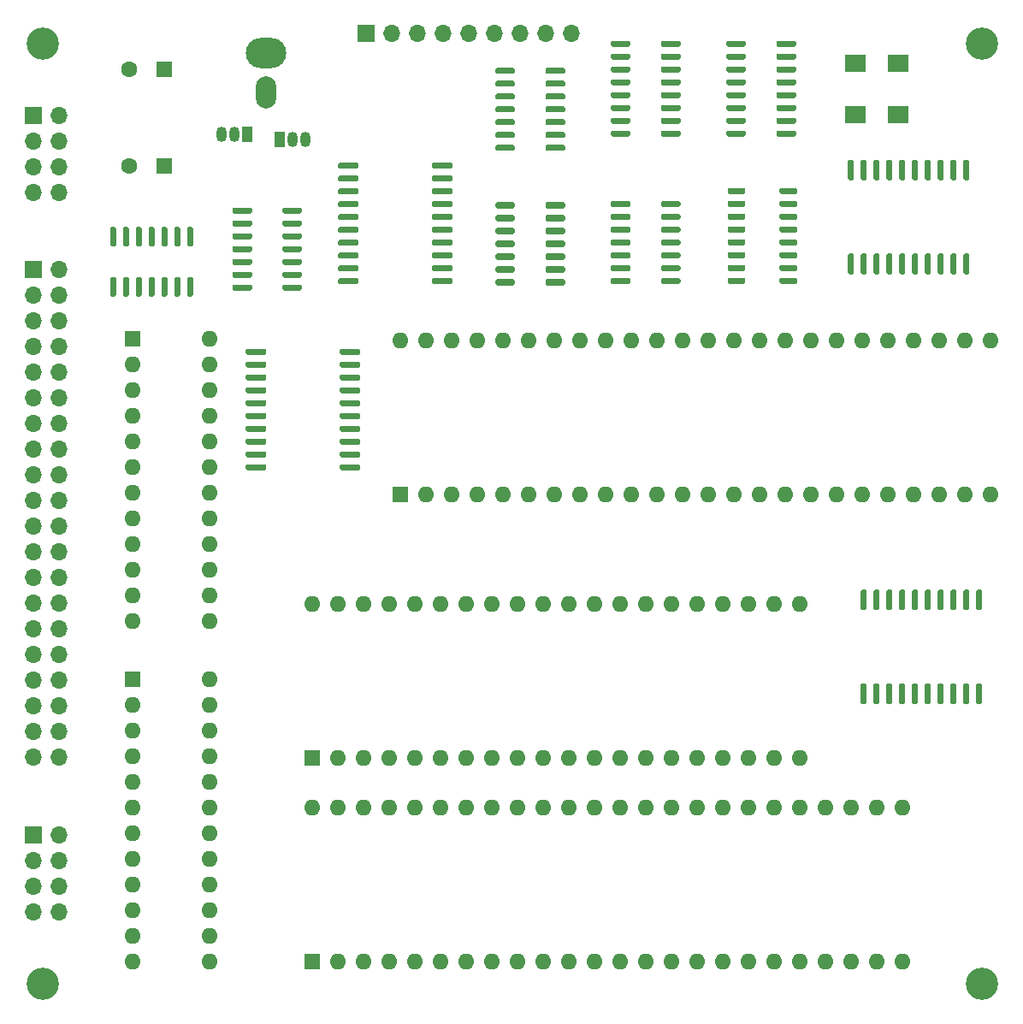
<source format=gbr>
%TF.GenerationSoftware,KiCad,Pcbnew,(5.1.9)-1*%
%TF.CreationDate,2022-02-06T01:16:42-05:00*%
%TF.ProjectId,main,6d61696e-2e6b-4696-9361-645f70636258,rev?*%
%TF.SameCoordinates,Original*%
%TF.FileFunction,Soldermask,Top*%
%TF.FilePolarity,Negative*%
%FSLAX46Y46*%
G04 Gerber Fmt 4.6, Leading zero omitted, Abs format (unit mm)*
G04 Created by KiCad (PCBNEW (5.1.9)-1) date 2022-02-06 01:16:42*
%MOMM*%
%LPD*%
G01*
G04 APERTURE LIST*
%ADD10O,1.700000X1.700000*%
%ADD11R,1.700000X1.700000*%
%ADD12R,1.050000X1.500000*%
%ADD13O,1.050000X1.500000*%
%ADD14O,4.000000X3.000000*%
%ADD15O,2.000000X3.200000*%
%ADD16R,2.000000X1.800000*%
%ADD17O,1.600000X1.600000*%
%ADD18R,1.600000X1.600000*%
%ADD19C,3.200000*%
%ADD20C,1.600000*%
G04 APERTURE END LIST*
%TO.C,U4*%
G36*
G01*
X84685000Y-39520000D02*
X84685000Y-39220000D01*
G75*
G02*
X84835000Y-39070000I150000J0D01*
G01*
X86485000Y-39070000D01*
G75*
G02*
X86635000Y-39220000I0J-150000D01*
G01*
X86635000Y-39520000D01*
G75*
G02*
X86485000Y-39670000I-150000J0D01*
G01*
X84835000Y-39670000D01*
G75*
G02*
X84685000Y-39520000I0J150000D01*
G01*
G37*
G36*
G01*
X84685000Y-40790000D02*
X84685000Y-40490000D01*
G75*
G02*
X84835000Y-40340000I150000J0D01*
G01*
X86485000Y-40340000D01*
G75*
G02*
X86635000Y-40490000I0J-150000D01*
G01*
X86635000Y-40790000D01*
G75*
G02*
X86485000Y-40940000I-150000J0D01*
G01*
X84835000Y-40940000D01*
G75*
G02*
X84685000Y-40790000I0J150000D01*
G01*
G37*
G36*
G01*
X84685000Y-42060000D02*
X84685000Y-41760000D01*
G75*
G02*
X84835000Y-41610000I150000J0D01*
G01*
X86485000Y-41610000D01*
G75*
G02*
X86635000Y-41760000I0J-150000D01*
G01*
X86635000Y-42060000D01*
G75*
G02*
X86485000Y-42210000I-150000J0D01*
G01*
X84835000Y-42210000D01*
G75*
G02*
X84685000Y-42060000I0J150000D01*
G01*
G37*
G36*
G01*
X84685000Y-43330000D02*
X84685000Y-43030000D01*
G75*
G02*
X84835000Y-42880000I150000J0D01*
G01*
X86485000Y-42880000D01*
G75*
G02*
X86635000Y-43030000I0J-150000D01*
G01*
X86635000Y-43330000D01*
G75*
G02*
X86485000Y-43480000I-150000J0D01*
G01*
X84835000Y-43480000D01*
G75*
G02*
X84685000Y-43330000I0J150000D01*
G01*
G37*
G36*
G01*
X84685000Y-44600000D02*
X84685000Y-44300000D01*
G75*
G02*
X84835000Y-44150000I150000J0D01*
G01*
X86485000Y-44150000D01*
G75*
G02*
X86635000Y-44300000I0J-150000D01*
G01*
X86635000Y-44600000D01*
G75*
G02*
X86485000Y-44750000I-150000J0D01*
G01*
X84835000Y-44750000D01*
G75*
G02*
X84685000Y-44600000I0J150000D01*
G01*
G37*
G36*
G01*
X84685000Y-45870000D02*
X84685000Y-45570000D01*
G75*
G02*
X84835000Y-45420000I150000J0D01*
G01*
X86485000Y-45420000D01*
G75*
G02*
X86635000Y-45570000I0J-150000D01*
G01*
X86635000Y-45870000D01*
G75*
G02*
X86485000Y-46020000I-150000J0D01*
G01*
X84835000Y-46020000D01*
G75*
G02*
X84685000Y-45870000I0J150000D01*
G01*
G37*
G36*
G01*
X84685000Y-47140000D02*
X84685000Y-46840000D01*
G75*
G02*
X84835000Y-46690000I150000J0D01*
G01*
X86485000Y-46690000D01*
G75*
G02*
X86635000Y-46840000I0J-150000D01*
G01*
X86635000Y-47140000D01*
G75*
G02*
X86485000Y-47290000I-150000J0D01*
G01*
X84835000Y-47290000D01*
G75*
G02*
X84685000Y-47140000I0J150000D01*
G01*
G37*
G36*
G01*
X79735000Y-47140000D02*
X79735000Y-46840000D01*
G75*
G02*
X79885000Y-46690000I150000J0D01*
G01*
X81535000Y-46690000D01*
G75*
G02*
X81685000Y-46840000I0J-150000D01*
G01*
X81685000Y-47140000D01*
G75*
G02*
X81535000Y-47290000I-150000J0D01*
G01*
X79885000Y-47290000D01*
G75*
G02*
X79735000Y-47140000I0J150000D01*
G01*
G37*
G36*
G01*
X79735000Y-45870000D02*
X79735000Y-45570000D01*
G75*
G02*
X79885000Y-45420000I150000J0D01*
G01*
X81535000Y-45420000D01*
G75*
G02*
X81685000Y-45570000I0J-150000D01*
G01*
X81685000Y-45870000D01*
G75*
G02*
X81535000Y-46020000I-150000J0D01*
G01*
X79885000Y-46020000D01*
G75*
G02*
X79735000Y-45870000I0J150000D01*
G01*
G37*
G36*
G01*
X79735000Y-44600000D02*
X79735000Y-44300000D01*
G75*
G02*
X79885000Y-44150000I150000J0D01*
G01*
X81535000Y-44150000D01*
G75*
G02*
X81685000Y-44300000I0J-150000D01*
G01*
X81685000Y-44600000D01*
G75*
G02*
X81535000Y-44750000I-150000J0D01*
G01*
X79885000Y-44750000D01*
G75*
G02*
X79735000Y-44600000I0J150000D01*
G01*
G37*
G36*
G01*
X79735000Y-43330000D02*
X79735000Y-43030000D01*
G75*
G02*
X79885000Y-42880000I150000J0D01*
G01*
X81535000Y-42880000D01*
G75*
G02*
X81685000Y-43030000I0J-150000D01*
G01*
X81685000Y-43330000D01*
G75*
G02*
X81535000Y-43480000I-150000J0D01*
G01*
X79885000Y-43480000D01*
G75*
G02*
X79735000Y-43330000I0J150000D01*
G01*
G37*
G36*
G01*
X79735000Y-42060000D02*
X79735000Y-41760000D01*
G75*
G02*
X79885000Y-41610000I150000J0D01*
G01*
X81535000Y-41610000D01*
G75*
G02*
X81685000Y-41760000I0J-150000D01*
G01*
X81685000Y-42060000D01*
G75*
G02*
X81535000Y-42210000I-150000J0D01*
G01*
X79885000Y-42210000D01*
G75*
G02*
X79735000Y-42060000I0J150000D01*
G01*
G37*
G36*
G01*
X79735000Y-40790000D02*
X79735000Y-40490000D01*
G75*
G02*
X79885000Y-40340000I150000J0D01*
G01*
X81535000Y-40340000D01*
G75*
G02*
X81685000Y-40490000I0J-150000D01*
G01*
X81685000Y-40790000D01*
G75*
G02*
X81535000Y-40940000I-150000J0D01*
G01*
X79885000Y-40940000D01*
G75*
G02*
X79735000Y-40790000I0J150000D01*
G01*
G37*
G36*
G01*
X79735000Y-39520000D02*
X79735000Y-39220000D01*
G75*
G02*
X79885000Y-39070000I150000J0D01*
G01*
X81535000Y-39070000D01*
G75*
G02*
X81685000Y-39220000I0J-150000D01*
G01*
X81685000Y-39520000D01*
G75*
G02*
X81535000Y-39670000I-150000J0D01*
G01*
X79885000Y-39670000D01*
G75*
G02*
X79735000Y-39520000I0J150000D01*
G01*
G37*
%TD*%
D10*
%TO.C,J4*%
X75820000Y-22500000D03*
X73280000Y-22500000D03*
X70740000Y-22500000D03*
X68200000Y-22500000D03*
X65660000Y-22500000D03*
X63120000Y-22500000D03*
X60580000Y-22500000D03*
X58040000Y-22500000D03*
D11*
X55500000Y-22500000D03*
%TD*%
%TO.C,U17*%
G36*
G01*
X96450000Y-38205000D02*
X96450000Y-37905000D01*
G75*
G02*
X96600000Y-37755000I150000J0D01*
G01*
X98050000Y-37755000D01*
G75*
G02*
X98200000Y-37905000I0J-150000D01*
G01*
X98200000Y-38205000D01*
G75*
G02*
X98050000Y-38355000I-150000J0D01*
G01*
X96600000Y-38355000D01*
G75*
G02*
X96450000Y-38205000I0J150000D01*
G01*
G37*
G36*
G01*
X96450000Y-39475000D02*
X96450000Y-39175000D01*
G75*
G02*
X96600000Y-39025000I150000J0D01*
G01*
X98050000Y-39025000D01*
G75*
G02*
X98200000Y-39175000I0J-150000D01*
G01*
X98200000Y-39475000D01*
G75*
G02*
X98050000Y-39625000I-150000J0D01*
G01*
X96600000Y-39625000D01*
G75*
G02*
X96450000Y-39475000I0J150000D01*
G01*
G37*
G36*
G01*
X96450000Y-40745000D02*
X96450000Y-40445000D01*
G75*
G02*
X96600000Y-40295000I150000J0D01*
G01*
X98050000Y-40295000D01*
G75*
G02*
X98200000Y-40445000I0J-150000D01*
G01*
X98200000Y-40745000D01*
G75*
G02*
X98050000Y-40895000I-150000J0D01*
G01*
X96600000Y-40895000D01*
G75*
G02*
X96450000Y-40745000I0J150000D01*
G01*
G37*
G36*
G01*
X96450000Y-42015000D02*
X96450000Y-41715000D01*
G75*
G02*
X96600000Y-41565000I150000J0D01*
G01*
X98050000Y-41565000D01*
G75*
G02*
X98200000Y-41715000I0J-150000D01*
G01*
X98200000Y-42015000D01*
G75*
G02*
X98050000Y-42165000I-150000J0D01*
G01*
X96600000Y-42165000D01*
G75*
G02*
X96450000Y-42015000I0J150000D01*
G01*
G37*
G36*
G01*
X96450000Y-43285000D02*
X96450000Y-42985000D01*
G75*
G02*
X96600000Y-42835000I150000J0D01*
G01*
X98050000Y-42835000D01*
G75*
G02*
X98200000Y-42985000I0J-150000D01*
G01*
X98200000Y-43285000D01*
G75*
G02*
X98050000Y-43435000I-150000J0D01*
G01*
X96600000Y-43435000D01*
G75*
G02*
X96450000Y-43285000I0J150000D01*
G01*
G37*
G36*
G01*
X96450000Y-44555000D02*
X96450000Y-44255000D01*
G75*
G02*
X96600000Y-44105000I150000J0D01*
G01*
X98050000Y-44105000D01*
G75*
G02*
X98200000Y-44255000I0J-150000D01*
G01*
X98200000Y-44555000D01*
G75*
G02*
X98050000Y-44705000I-150000J0D01*
G01*
X96600000Y-44705000D01*
G75*
G02*
X96450000Y-44555000I0J150000D01*
G01*
G37*
G36*
G01*
X96450000Y-45825000D02*
X96450000Y-45525000D01*
G75*
G02*
X96600000Y-45375000I150000J0D01*
G01*
X98050000Y-45375000D01*
G75*
G02*
X98200000Y-45525000I0J-150000D01*
G01*
X98200000Y-45825000D01*
G75*
G02*
X98050000Y-45975000I-150000J0D01*
G01*
X96600000Y-45975000D01*
G75*
G02*
X96450000Y-45825000I0J150000D01*
G01*
G37*
G36*
G01*
X96450000Y-47095000D02*
X96450000Y-46795000D01*
G75*
G02*
X96600000Y-46645000I150000J0D01*
G01*
X98050000Y-46645000D01*
G75*
G02*
X98200000Y-46795000I0J-150000D01*
G01*
X98200000Y-47095000D01*
G75*
G02*
X98050000Y-47245000I-150000J0D01*
G01*
X96600000Y-47245000D01*
G75*
G02*
X96450000Y-47095000I0J150000D01*
G01*
G37*
G36*
G01*
X91300000Y-47095000D02*
X91300000Y-46795000D01*
G75*
G02*
X91450000Y-46645000I150000J0D01*
G01*
X92900000Y-46645000D01*
G75*
G02*
X93050000Y-46795000I0J-150000D01*
G01*
X93050000Y-47095000D01*
G75*
G02*
X92900000Y-47245000I-150000J0D01*
G01*
X91450000Y-47245000D01*
G75*
G02*
X91300000Y-47095000I0J150000D01*
G01*
G37*
G36*
G01*
X91300000Y-45825000D02*
X91300000Y-45525000D01*
G75*
G02*
X91450000Y-45375000I150000J0D01*
G01*
X92900000Y-45375000D01*
G75*
G02*
X93050000Y-45525000I0J-150000D01*
G01*
X93050000Y-45825000D01*
G75*
G02*
X92900000Y-45975000I-150000J0D01*
G01*
X91450000Y-45975000D01*
G75*
G02*
X91300000Y-45825000I0J150000D01*
G01*
G37*
G36*
G01*
X91300000Y-44555000D02*
X91300000Y-44255000D01*
G75*
G02*
X91450000Y-44105000I150000J0D01*
G01*
X92900000Y-44105000D01*
G75*
G02*
X93050000Y-44255000I0J-150000D01*
G01*
X93050000Y-44555000D01*
G75*
G02*
X92900000Y-44705000I-150000J0D01*
G01*
X91450000Y-44705000D01*
G75*
G02*
X91300000Y-44555000I0J150000D01*
G01*
G37*
G36*
G01*
X91300000Y-43285000D02*
X91300000Y-42985000D01*
G75*
G02*
X91450000Y-42835000I150000J0D01*
G01*
X92900000Y-42835000D01*
G75*
G02*
X93050000Y-42985000I0J-150000D01*
G01*
X93050000Y-43285000D01*
G75*
G02*
X92900000Y-43435000I-150000J0D01*
G01*
X91450000Y-43435000D01*
G75*
G02*
X91300000Y-43285000I0J150000D01*
G01*
G37*
G36*
G01*
X91300000Y-42015000D02*
X91300000Y-41715000D01*
G75*
G02*
X91450000Y-41565000I150000J0D01*
G01*
X92900000Y-41565000D01*
G75*
G02*
X93050000Y-41715000I0J-150000D01*
G01*
X93050000Y-42015000D01*
G75*
G02*
X92900000Y-42165000I-150000J0D01*
G01*
X91450000Y-42165000D01*
G75*
G02*
X91300000Y-42015000I0J150000D01*
G01*
G37*
G36*
G01*
X91300000Y-40745000D02*
X91300000Y-40445000D01*
G75*
G02*
X91450000Y-40295000I150000J0D01*
G01*
X92900000Y-40295000D01*
G75*
G02*
X93050000Y-40445000I0J-150000D01*
G01*
X93050000Y-40745000D01*
G75*
G02*
X92900000Y-40895000I-150000J0D01*
G01*
X91450000Y-40895000D01*
G75*
G02*
X91300000Y-40745000I0J150000D01*
G01*
G37*
G36*
G01*
X91300000Y-39475000D02*
X91300000Y-39175000D01*
G75*
G02*
X91450000Y-39025000I150000J0D01*
G01*
X92900000Y-39025000D01*
G75*
G02*
X93050000Y-39175000I0J-150000D01*
G01*
X93050000Y-39475000D01*
G75*
G02*
X92900000Y-39625000I-150000J0D01*
G01*
X91450000Y-39625000D01*
G75*
G02*
X91300000Y-39475000I0J150000D01*
G01*
G37*
G36*
G01*
X91300000Y-38205000D02*
X91300000Y-37905000D01*
G75*
G02*
X91450000Y-37755000I150000J0D01*
G01*
X92900000Y-37755000D01*
G75*
G02*
X93050000Y-37905000I0J-150000D01*
G01*
X93050000Y-38205000D01*
G75*
G02*
X92900000Y-38355000I-150000J0D01*
G01*
X91450000Y-38355000D01*
G75*
G02*
X91300000Y-38205000I0J150000D01*
G01*
G37*
%TD*%
D12*
%TO.C,Q3*%
X47000000Y-33000000D03*
D13*
X49540000Y-33000000D03*
X48270000Y-33000000D03*
%TD*%
D14*
%TO.C,J3*%
X45650000Y-24400000D03*
D15*
X45650000Y-28300000D03*
%TD*%
%TO.C,U14*%
G36*
G01*
X62045000Y-35710000D02*
X62045000Y-35410000D01*
G75*
G02*
X62195000Y-35260000I150000J0D01*
G01*
X63945000Y-35260000D01*
G75*
G02*
X64095000Y-35410000I0J-150000D01*
G01*
X64095000Y-35710000D01*
G75*
G02*
X63945000Y-35860000I-150000J0D01*
G01*
X62195000Y-35860000D01*
G75*
G02*
X62045000Y-35710000I0J150000D01*
G01*
G37*
G36*
G01*
X62045000Y-36980000D02*
X62045000Y-36680000D01*
G75*
G02*
X62195000Y-36530000I150000J0D01*
G01*
X63945000Y-36530000D01*
G75*
G02*
X64095000Y-36680000I0J-150000D01*
G01*
X64095000Y-36980000D01*
G75*
G02*
X63945000Y-37130000I-150000J0D01*
G01*
X62195000Y-37130000D01*
G75*
G02*
X62045000Y-36980000I0J150000D01*
G01*
G37*
G36*
G01*
X62045000Y-38250000D02*
X62045000Y-37950000D01*
G75*
G02*
X62195000Y-37800000I150000J0D01*
G01*
X63945000Y-37800000D01*
G75*
G02*
X64095000Y-37950000I0J-150000D01*
G01*
X64095000Y-38250000D01*
G75*
G02*
X63945000Y-38400000I-150000J0D01*
G01*
X62195000Y-38400000D01*
G75*
G02*
X62045000Y-38250000I0J150000D01*
G01*
G37*
G36*
G01*
X62045000Y-39520000D02*
X62045000Y-39220000D01*
G75*
G02*
X62195000Y-39070000I150000J0D01*
G01*
X63945000Y-39070000D01*
G75*
G02*
X64095000Y-39220000I0J-150000D01*
G01*
X64095000Y-39520000D01*
G75*
G02*
X63945000Y-39670000I-150000J0D01*
G01*
X62195000Y-39670000D01*
G75*
G02*
X62045000Y-39520000I0J150000D01*
G01*
G37*
G36*
G01*
X62045000Y-40790000D02*
X62045000Y-40490000D01*
G75*
G02*
X62195000Y-40340000I150000J0D01*
G01*
X63945000Y-40340000D01*
G75*
G02*
X64095000Y-40490000I0J-150000D01*
G01*
X64095000Y-40790000D01*
G75*
G02*
X63945000Y-40940000I-150000J0D01*
G01*
X62195000Y-40940000D01*
G75*
G02*
X62045000Y-40790000I0J150000D01*
G01*
G37*
G36*
G01*
X62045000Y-42060000D02*
X62045000Y-41760000D01*
G75*
G02*
X62195000Y-41610000I150000J0D01*
G01*
X63945000Y-41610000D01*
G75*
G02*
X64095000Y-41760000I0J-150000D01*
G01*
X64095000Y-42060000D01*
G75*
G02*
X63945000Y-42210000I-150000J0D01*
G01*
X62195000Y-42210000D01*
G75*
G02*
X62045000Y-42060000I0J150000D01*
G01*
G37*
G36*
G01*
X62045000Y-43330000D02*
X62045000Y-43030000D01*
G75*
G02*
X62195000Y-42880000I150000J0D01*
G01*
X63945000Y-42880000D01*
G75*
G02*
X64095000Y-43030000I0J-150000D01*
G01*
X64095000Y-43330000D01*
G75*
G02*
X63945000Y-43480000I-150000J0D01*
G01*
X62195000Y-43480000D01*
G75*
G02*
X62045000Y-43330000I0J150000D01*
G01*
G37*
G36*
G01*
X62045000Y-44600000D02*
X62045000Y-44300000D01*
G75*
G02*
X62195000Y-44150000I150000J0D01*
G01*
X63945000Y-44150000D01*
G75*
G02*
X64095000Y-44300000I0J-150000D01*
G01*
X64095000Y-44600000D01*
G75*
G02*
X63945000Y-44750000I-150000J0D01*
G01*
X62195000Y-44750000D01*
G75*
G02*
X62045000Y-44600000I0J150000D01*
G01*
G37*
G36*
G01*
X62045000Y-45870000D02*
X62045000Y-45570000D01*
G75*
G02*
X62195000Y-45420000I150000J0D01*
G01*
X63945000Y-45420000D01*
G75*
G02*
X64095000Y-45570000I0J-150000D01*
G01*
X64095000Y-45870000D01*
G75*
G02*
X63945000Y-46020000I-150000J0D01*
G01*
X62195000Y-46020000D01*
G75*
G02*
X62045000Y-45870000I0J150000D01*
G01*
G37*
G36*
G01*
X62045000Y-47140000D02*
X62045000Y-46840000D01*
G75*
G02*
X62195000Y-46690000I150000J0D01*
G01*
X63945000Y-46690000D01*
G75*
G02*
X64095000Y-46840000I0J-150000D01*
G01*
X64095000Y-47140000D01*
G75*
G02*
X63945000Y-47290000I-150000J0D01*
G01*
X62195000Y-47290000D01*
G75*
G02*
X62045000Y-47140000I0J150000D01*
G01*
G37*
G36*
G01*
X52745000Y-47140000D02*
X52745000Y-46840000D01*
G75*
G02*
X52895000Y-46690000I150000J0D01*
G01*
X54645000Y-46690000D01*
G75*
G02*
X54795000Y-46840000I0J-150000D01*
G01*
X54795000Y-47140000D01*
G75*
G02*
X54645000Y-47290000I-150000J0D01*
G01*
X52895000Y-47290000D01*
G75*
G02*
X52745000Y-47140000I0J150000D01*
G01*
G37*
G36*
G01*
X52745000Y-45870000D02*
X52745000Y-45570000D01*
G75*
G02*
X52895000Y-45420000I150000J0D01*
G01*
X54645000Y-45420000D01*
G75*
G02*
X54795000Y-45570000I0J-150000D01*
G01*
X54795000Y-45870000D01*
G75*
G02*
X54645000Y-46020000I-150000J0D01*
G01*
X52895000Y-46020000D01*
G75*
G02*
X52745000Y-45870000I0J150000D01*
G01*
G37*
G36*
G01*
X52745000Y-44600000D02*
X52745000Y-44300000D01*
G75*
G02*
X52895000Y-44150000I150000J0D01*
G01*
X54645000Y-44150000D01*
G75*
G02*
X54795000Y-44300000I0J-150000D01*
G01*
X54795000Y-44600000D01*
G75*
G02*
X54645000Y-44750000I-150000J0D01*
G01*
X52895000Y-44750000D01*
G75*
G02*
X52745000Y-44600000I0J150000D01*
G01*
G37*
G36*
G01*
X52745000Y-43330000D02*
X52745000Y-43030000D01*
G75*
G02*
X52895000Y-42880000I150000J0D01*
G01*
X54645000Y-42880000D01*
G75*
G02*
X54795000Y-43030000I0J-150000D01*
G01*
X54795000Y-43330000D01*
G75*
G02*
X54645000Y-43480000I-150000J0D01*
G01*
X52895000Y-43480000D01*
G75*
G02*
X52745000Y-43330000I0J150000D01*
G01*
G37*
G36*
G01*
X52745000Y-42060000D02*
X52745000Y-41760000D01*
G75*
G02*
X52895000Y-41610000I150000J0D01*
G01*
X54645000Y-41610000D01*
G75*
G02*
X54795000Y-41760000I0J-150000D01*
G01*
X54795000Y-42060000D01*
G75*
G02*
X54645000Y-42210000I-150000J0D01*
G01*
X52895000Y-42210000D01*
G75*
G02*
X52745000Y-42060000I0J150000D01*
G01*
G37*
G36*
G01*
X52745000Y-40790000D02*
X52745000Y-40490000D01*
G75*
G02*
X52895000Y-40340000I150000J0D01*
G01*
X54645000Y-40340000D01*
G75*
G02*
X54795000Y-40490000I0J-150000D01*
G01*
X54795000Y-40790000D01*
G75*
G02*
X54645000Y-40940000I-150000J0D01*
G01*
X52895000Y-40940000D01*
G75*
G02*
X52745000Y-40790000I0J150000D01*
G01*
G37*
G36*
G01*
X52745000Y-39520000D02*
X52745000Y-39220000D01*
G75*
G02*
X52895000Y-39070000I150000J0D01*
G01*
X54645000Y-39070000D01*
G75*
G02*
X54795000Y-39220000I0J-150000D01*
G01*
X54795000Y-39520000D01*
G75*
G02*
X54645000Y-39670000I-150000J0D01*
G01*
X52895000Y-39670000D01*
G75*
G02*
X52745000Y-39520000I0J150000D01*
G01*
G37*
G36*
G01*
X52745000Y-38250000D02*
X52745000Y-37950000D01*
G75*
G02*
X52895000Y-37800000I150000J0D01*
G01*
X54645000Y-37800000D01*
G75*
G02*
X54795000Y-37950000I0J-150000D01*
G01*
X54795000Y-38250000D01*
G75*
G02*
X54645000Y-38400000I-150000J0D01*
G01*
X52895000Y-38400000D01*
G75*
G02*
X52745000Y-38250000I0J150000D01*
G01*
G37*
G36*
G01*
X52745000Y-36980000D02*
X52745000Y-36680000D01*
G75*
G02*
X52895000Y-36530000I150000J0D01*
G01*
X54645000Y-36530000D01*
G75*
G02*
X54795000Y-36680000I0J-150000D01*
G01*
X54795000Y-36980000D01*
G75*
G02*
X54645000Y-37130000I-150000J0D01*
G01*
X52895000Y-37130000D01*
G75*
G02*
X52745000Y-36980000I0J150000D01*
G01*
G37*
G36*
G01*
X52745000Y-35710000D02*
X52745000Y-35410000D01*
G75*
G02*
X52895000Y-35260000I150000J0D01*
G01*
X54645000Y-35260000D01*
G75*
G02*
X54795000Y-35410000I0J-150000D01*
G01*
X54795000Y-35710000D01*
G75*
G02*
X54645000Y-35860000I-150000J0D01*
G01*
X52895000Y-35860000D01*
G75*
G02*
X52745000Y-35710000I0J150000D01*
G01*
G37*
%TD*%
%TO.C,U13*%
G36*
G01*
X104925000Y-79560000D02*
X104625000Y-79560000D01*
G75*
G02*
X104475000Y-79410000I0J150000D01*
G01*
X104475000Y-77660000D01*
G75*
G02*
X104625000Y-77510000I150000J0D01*
G01*
X104925000Y-77510000D01*
G75*
G02*
X105075000Y-77660000I0J-150000D01*
G01*
X105075000Y-79410000D01*
G75*
G02*
X104925000Y-79560000I-150000J0D01*
G01*
G37*
G36*
G01*
X106195000Y-79560000D02*
X105895000Y-79560000D01*
G75*
G02*
X105745000Y-79410000I0J150000D01*
G01*
X105745000Y-77660000D01*
G75*
G02*
X105895000Y-77510000I150000J0D01*
G01*
X106195000Y-77510000D01*
G75*
G02*
X106345000Y-77660000I0J-150000D01*
G01*
X106345000Y-79410000D01*
G75*
G02*
X106195000Y-79560000I-150000J0D01*
G01*
G37*
G36*
G01*
X107465000Y-79560000D02*
X107165000Y-79560000D01*
G75*
G02*
X107015000Y-79410000I0J150000D01*
G01*
X107015000Y-77660000D01*
G75*
G02*
X107165000Y-77510000I150000J0D01*
G01*
X107465000Y-77510000D01*
G75*
G02*
X107615000Y-77660000I0J-150000D01*
G01*
X107615000Y-79410000D01*
G75*
G02*
X107465000Y-79560000I-150000J0D01*
G01*
G37*
G36*
G01*
X108735000Y-79560000D02*
X108435000Y-79560000D01*
G75*
G02*
X108285000Y-79410000I0J150000D01*
G01*
X108285000Y-77660000D01*
G75*
G02*
X108435000Y-77510000I150000J0D01*
G01*
X108735000Y-77510000D01*
G75*
G02*
X108885000Y-77660000I0J-150000D01*
G01*
X108885000Y-79410000D01*
G75*
G02*
X108735000Y-79560000I-150000J0D01*
G01*
G37*
G36*
G01*
X110005000Y-79560000D02*
X109705000Y-79560000D01*
G75*
G02*
X109555000Y-79410000I0J150000D01*
G01*
X109555000Y-77660000D01*
G75*
G02*
X109705000Y-77510000I150000J0D01*
G01*
X110005000Y-77510000D01*
G75*
G02*
X110155000Y-77660000I0J-150000D01*
G01*
X110155000Y-79410000D01*
G75*
G02*
X110005000Y-79560000I-150000J0D01*
G01*
G37*
G36*
G01*
X111275000Y-79560000D02*
X110975000Y-79560000D01*
G75*
G02*
X110825000Y-79410000I0J150000D01*
G01*
X110825000Y-77660000D01*
G75*
G02*
X110975000Y-77510000I150000J0D01*
G01*
X111275000Y-77510000D01*
G75*
G02*
X111425000Y-77660000I0J-150000D01*
G01*
X111425000Y-79410000D01*
G75*
G02*
X111275000Y-79560000I-150000J0D01*
G01*
G37*
G36*
G01*
X112545000Y-79560000D02*
X112245000Y-79560000D01*
G75*
G02*
X112095000Y-79410000I0J150000D01*
G01*
X112095000Y-77660000D01*
G75*
G02*
X112245000Y-77510000I150000J0D01*
G01*
X112545000Y-77510000D01*
G75*
G02*
X112695000Y-77660000I0J-150000D01*
G01*
X112695000Y-79410000D01*
G75*
G02*
X112545000Y-79560000I-150000J0D01*
G01*
G37*
G36*
G01*
X113815000Y-79560000D02*
X113515000Y-79560000D01*
G75*
G02*
X113365000Y-79410000I0J150000D01*
G01*
X113365000Y-77660000D01*
G75*
G02*
X113515000Y-77510000I150000J0D01*
G01*
X113815000Y-77510000D01*
G75*
G02*
X113965000Y-77660000I0J-150000D01*
G01*
X113965000Y-79410000D01*
G75*
G02*
X113815000Y-79560000I-150000J0D01*
G01*
G37*
G36*
G01*
X115085000Y-79560000D02*
X114785000Y-79560000D01*
G75*
G02*
X114635000Y-79410000I0J150000D01*
G01*
X114635000Y-77660000D01*
G75*
G02*
X114785000Y-77510000I150000J0D01*
G01*
X115085000Y-77510000D01*
G75*
G02*
X115235000Y-77660000I0J-150000D01*
G01*
X115235000Y-79410000D01*
G75*
G02*
X115085000Y-79560000I-150000J0D01*
G01*
G37*
G36*
G01*
X116355000Y-79560000D02*
X116055000Y-79560000D01*
G75*
G02*
X115905000Y-79410000I0J150000D01*
G01*
X115905000Y-77660000D01*
G75*
G02*
X116055000Y-77510000I150000J0D01*
G01*
X116355000Y-77510000D01*
G75*
G02*
X116505000Y-77660000I0J-150000D01*
G01*
X116505000Y-79410000D01*
G75*
G02*
X116355000Y-79560000I-150000J0D01*
G01*
G37*
G36*
G01*
X116355000Y-88860000D02*
X116055000Y-88860000D01*
G75*
G02*
X115905000Y-88710000I0J150000D01*
G01*
X115905000Y-86960000D01*
G75*
G02*
X116055000Y-86810000I150000J0D01*
G01*
X116355000Y-86810000D01*
G75*
G02*
X116505000Y-86960000I0J-150000D01*
G01*
X116505000Y-88710000D01*
G75*
G02*
X116355000Y-88860000I-150000J0D01*
G01*
G37*
G36*
G01*
X115085000Y-88860000D02*
X114785000Y-88860000D01*
G75*
G02*
X114635000Y-88710000I0J150000D01*
G01*
X114635000Y-86960000D01*
G75*
G02*
X114785000Y-86810000I150000J0D01*
G01*
X115085000Y-86810000D01*
G75*
G02*
X115235000Y-86960000I0J-150000D01*
G01*
X115235000Y-88710000D01*
G75*
G02*
X115085000Y-88860000I-150000J0D01*
G01*
G37*
G36*
G01*
X113815000Y-88860000D02*
X113515000Y-88860000D01*
G75*
G02*
X113365000Y-88710000I0J150000D01*
G01*
X113365000Y-86960000D01*
G75*
G02*
X113515000Y-86810000I150000J0D01*
G01*
X113815000Y-86810000D01*
G75*
G02*
X113965000Y-86960000I0J-150000D01*
G01*
X113965000Y-88710000D01*
G75*
G02*
X113815000Y-88860000I-150000J0D01*
G01*
G37*
G36*
G01*
X112545000Y-88860000D02*
X112245000Y-88860000D01*
G75*
G02*
X112095000Y-88710000I0J150000D01*
G01*
X112095000Y-86960000D01*
G75*
G02*
X112245000Y-86810000I150000J0D01*
G01*
X112545000Y-86810000D01*
G75*
G02*
X112695000Y-86960000I0J-150000D01*
G01*
X112695000Y-88710000D01*
G75*
G02*
X112545000Y-88860000I-150000J0D01*
G01*
G37*
G36*
G01*
X111275000Y-88860000D02*
X110975000Y-88860000D01*
G75*
G02*
X110825000Y-88710000I0J150000D01*
G01*
X110825000Y-86960000D01*
G75*
G02*
X110975000Y-86810000I150000J0D01*
G01*
X111275000Y-86810000D01*
G75*
G02*
X111425000Y-86960000I0J-150000D01*
G01*
X111425000Y-88710000D01*
G75*
G02*
X111275000Y-88860000I-150000J0D01*
G01*
G37*
G36*
G01*
X110005000Y-88860000D02*
X109705000Y-88860000D01*
G75*
G02*
X109555000Y-88710000I0J150000D01*
G01*
X109555000Y-86960000D01*
G75*
G02*
X109705000Y-86810000I150000J0D01*
G01*
X110005000Y-86810000D01*
G75*
G02*
X110155000Y-86960000I0J-150000D01*
G01*
X110155000Y-88710000D01*
G75*
G02*
X110005000Y-88860000I-150000J0D01*
G01*
G37*
G36*
G01*
X108735000Y-88860000D02*
X108435000Y-88860000D01*
G75*
G02*
X108285000Y-88710000I0J150000D01*
G01*
X108285000Y-86960000D01*
G75*
G02*
X108435000Y-86810000I150000J0D01*
G01*
X108735000Y-86810000D01*
G75*
G02*
X108885000Y-86960000I0J-150000D01*
G01*
X108885000Y-88710000D01*
G75*
G02*
X108735000Y-88860000I-150000J0D01*
G01*
G37*
G36*
G01*
X107465000Y-88860000D02*
X107165000Y-88860000D01*
G75*
G02*
X107015000Y-88710000I0J150000D01*
G01*
X107015000Y-86960000D01*
G75*
G02*
X107165000Y-86810000I150000J0D01*
G01*
X107465000Y-86810000D01*
G75*
G02*
X107615000Y-86960000I0J-150000D01*
G01*
X107615000Y-88710000D01*
G75*
G02*
X107465000Y-88860000I-150000J0D01*
G01*
G37*
G36*
G01*
X106195000Y-88860000D02*
X105895000Y-88860000D01*
G75*
G02*
X105745000Y-88710000I0J150000D01*
G01*
X105745000Y-86960000D01*
G75*
G02*
X105895000Y-86810000I150000J0D01*
G01*
X106195000Y-86810000D01*
G75*
G02*
X106345000Y-86960000I0J-150000D01*
G01*
X106345000Y-88710000D01*
G75*
G02*
X106195000Y-88860000I-150000J0D01*
G01*
G37*
G36*
G01*
X104925000Y-88860000D02*
X104625000Y-88860000D01*
G75*
G02*
X104475000Y-88710000I0J150000D01*
G01*
X104475000Y-86960000D01*
G75*
G02*
X104625000Y-86810000I150000J0D01*
G01*
X104925000Y-86810000D01*
G75*
G02*
X105075000Y-86960000I0J-150000D01*
G01*
X105075000Y-88710000D01*
G75*
G02*
X104925000Y-88860000I-150000J0D01*
G01*
G37*
%TD*%
%TO.C,U12*%
G36*
G01*
X45651000Y-65255000D02*
X45651000Y-65555000D01*
G75*
G02*
X45501000Y-65705000I-150000J0D01*
G01*
X43751000Y-65705000D01*
G75*
G02*
X43601000Y-65555000I0J150000D01*
G01*
X43601000Y-65255000D01*
G75*
G02*
X43751000Y-65105000I150000J0D01*
G01*
X45501000Y-65105000D01*
G75*
G02*
X45651000Y-65255000I0J-150000D01*
G01*
G37*
G36*
G01*
X45651000Y-63985000D02*
X45651000Y-64285000D01*
G75*
G02*
X45501000Y-64435000I-150000J0D01*
G01*
X43751000Y-64435000D01*
G75*
G02*
X43601000Y-64285000I0J150000D01*
G01*
X43601000Y-63985000D01*
G75*
G02*
X43751000Y-63835000I150000J0D01*
G01*
X45501000Y-63835000D01*
G75*
G02*
X45651000Y-63985000I0J-150000D01*
G01*
G37*
G36*
G01*
X45651000Y-62715000D02*
X45651000Y-63015000D01*
G75*
G02*
X45501000Y-63165000I-150000J0D01*
G01*
X43751000Y-63165000D01*
G75*
G02*
X43601000Y-63015000I0J150000D01*
G01*
X43601000Y-62715000D01*
G75*
G02*
X43751000Y-62565000I150000J0D01*
G01*
X45501000Y-62565000D01*
G75*
G02*
X45651000Y-62715000I0J-150000D01*
G01*
G37*
G36*
G01*
X45651000Y-61445000D02*
X45651000Y-61745000D01*
G75*
G02*
X45501000Y-61895000I-150000J0D01*
G01*
X43751000Y-61895000D01*
G75*
G02*
X43601000Y-61745000I0J150000D01*
G01*
X43601000Y-61445000D01*
G75*
G02*
X43751000Y-61295000I150000J0D01*
G01*
X45501000Y-61295000D01*
G75*
G02*
X45651000Y-61445000I0J-150000D01*
G01*
G37*
G36*
G01*
X45651000Y-60175000D02*
X45651000Y-60475000D01*
G75*
G02*
X45501000Y-60625000I-150000J0D01*
G01*
X43751000Y-60625000D01*
G75*
G02*
X43601000Y-60475000I0J150000D01*
G01*
X43601000Y-60175000D01*
G75*
G02*
X43751000Y-60025000I150000J0D01*
G01*
X45501000Y-60025000D01*
G75*
G02*
X45651000Y-60175000I0J-150000D01*
G01*
G37*
G36*
G01*
X45651000Y-58905000D02*
X45651000Y-59205000D01*
G75*
G02*
X45501000Y-59355000I-150000J0D01*
G01*
X43751000Y-59355000D01*
G75*
G02*
X43601000Y-59205000I0J150000D01*
G01*
X43601000Y-58905000D01*
G75*
G02*
X43751000Y-58755000I150000J0D01*
G01*
X45501000Y-58755000D01*
G75*
G02*
X45651000Y-58905000I0J-150000D01*
G01*
G37*
G36*
G01*
X45651000Y-57635000D02*
X45651000Y-57935000D01*
G75*
G02*
X45501000Y-58085000I-150000J0D01*
G01*
X43751000Y-58085000D01*
G75*
G02*
X43601000Y-57935000I0J150000D01*
G01*
X43601000Y-57635000D01*
G75*
G02*
X43751000Y-57485000I150000J0D01*
G01*
X45501000Y-57485000D01*
G75*
G02*
X45651000Y-57635000I0J-150000D01*
G01*
G37*
G36*
G01*
X45651000Y-56365000D02*
X45651000Y-56665000D01*
G75*
G02*
X45501000Y-56815000I-150000J0D01*
G01*
X43751000Y-56815000D01*
G75*
G02*
X43601000Y-56665000I0J150000D01*
G01*
X43601000Y-56365000D01*
G75*
G02*
X43751000Y-56215000I150000J0D01*
G01*
X45501000Y-56215000D01*
G75*
G02*
X45651000Y-56365000I0J-150000D01*
G01*
G37*
G36*
G01*
X45651000Y-55095000D02*
X45651000Y-55395000D01*
G75*
G02*
X45501000Y-55545000I-150000J0D01*
G01*
X43751000Y-55545000D01*
G75*
G02*
X43601000Y-55395000I0J150000D01*
G01*
X43601000Y-55095000D01*
G75*
G02*
X43751000Y-54945000I150000J0D01*
G01*
X45501000Y-54945000D01*
G75*
G02*
X45651000Y-55095000I0J-150000D01*
G01*
G37*
G36*
G01*
X45651000Y-53825000D02*
X45651000Y-54125000D01*
G75*
G02*
X45501000Y-54275000I-150000J0D01*
G01*
X43751000Y-54275000D01*
G75*
G02*
X43601000Y-54125000I0J150000D01*
G01*
X43601000Y-53825000D01*
G75*
G02*
X43751000Y-53675000I150000J0D01*
G01*
X45501000Y-53675000D01*
G75*
G02*
X45651000Y-53825000I0J-150000D01*
G01*
G37*
G36*
G01*
X54951000Y-53825000D02*
X54951000Y-54125000D01*
G75*
G02*
X54801000Y-54275000I-150000J0D01*
G01*
X53051000Y-54275000D01*
G75*
G02*
X52901000Y-54125000I0J150000D01*
G01*
X52901000Y-53825000D01*
G75*
G02*
X53051000Y-53675000I150000J0D01*
G01*
X54801000Y-53675000D01*
G75*
G02*
X54951000Y-53825000I0J-150000D01*
G01*
G37*
G36*
G01*
X54951000Y-55095000D02*
X54951000Y-55395000D01*
G75*
G02*
X54801000Y-55545000I-150000J0D01*
G01*
X53051000Y-55545000D01*
G75*
G02*
X52901000Y-55395000I0J150000D01*
G01*
X52901000Y-55095000D01*
G75*
G02*
X53051000Y-54945000I150000J0D01*
G01*
X54801000Y-54945000D01*
G75*
G02*
X54951000Y-55095000I0J-150000D01*
G01*
G37*
G36*
G01*
X54951000Y-56365000D02*
X54951000Y-56665000D01*
G75*
G02*
X54801000Y-56815000I-150000J0D01*
G01*
X53051000Y-56815000D01*
G75*
G02*
X52901000Y-56665000I0J150000D01*
G01*
X52901000Y-56365000D01*
G75*
G02*
X53051000Y-56215000I150000J0D01*
G01*
X54801000Y-56215000D01*
G75*
G02*
X54951000Y-56365000I0J-150000D01*
G01*
G37*
G36*
G01*
X54951000Y-57635000D02*
X54951000Y-57935000D01*
G75*
G02*
X54801000Y-58085000I-150000J0D01*
G01*
X53051000Y-58085000D01*
G75*
G02*
X52901000Y-57935000I0J150000D01*
G01*
X52901000Y-57635000D01*
G75*
G02*
X53051000Y-57485000I150000J0D01*
G01*
X54801000Y-57485000D01*
G75*
G02*
X54951000Y-57635000I0J-150000D01*
G01*
G37*
G36*
G01*
X54951000Y-58905000D02*
X54951000Y-59205000D01*
G75*
G02*
X54801000Y-59355000I-150000J0D01*
G01*
X53051000Y-59355000D01*
G75*
G02*
X52901000Y-59205000I0J150000D01*
G01*
X52901000Y-58905000D01*
G75*
G02*
X53051000Y-58755000I150000J0D01*
G01*
X54801000Y-58755000D01*
G75*
G02*
X54951000Y-58905000I0J-150000D01*
G01*
G37*
G36*
G01*
X54951000Y-60175000D02*
X54951000Y-60475000D01*
G75*
G02*
X54801000Y-60625000I-150000J0D01*
G01*
X53051000Y-60625000D01*
G75*
G02*
X52901000Y-60475000I0J150000D01*
G01*
X52901000Y-60175000D01*
G75*
G02*
X53051000Y-60025000I150000J0D01*
G01*
X54801000Y-60025000D01*
G75*
G02*
X54951000Y-60175000I0J-150000D01*
G01*
G37*
G36*
G01*
X54951000Y-61445000D02*
X54951000Y-61745000D01*
G75*
G02*
X54801000Y-61895000I-150000J0D01*
G01*
X53051000Y-61895000D01*
G75*
G02*
X52901000Y-61745000I0J150000D01*
G01*
X52901000Y-61445000D01*
G75*
G02*
X53051000Y-61295000I150000J0D01*
G01*
X54801000Y-61295000D01*
G75*
G02*
X54951000Y-61445000I0J-150000D01*
G01*
G37*
G36*
G01*
X54951000Y-62715000D02*
X54951000Y-63015000D01*
G75*
G02*
X54801000Y-63165000I-150000J0D01*
G01*
X53051000Y-63165000D01*
G75*
G02*
X52901000Y-63015000I0J150000D01*
G01*
X52901000Y-62715000D01*
G75*
G02*
X53051000Y-62565000I150000J0D01*
G01*
X54801000Y-62565000D01*
G75*
G02*
X54951000Y-62715000I0J-150000D01*
G01*
G37*
G36*
G01*
X54951000Y-63985000D02*
X54951000Y-64285000D01*
G75*
G02*
X54801000Y-64435000I-150000J0D01*
G01*
X53051000Y-64435000D01*
G75*
G02*
X52901000Y-64285000I0J150000D01*
G01*
X52901000Y-63985000D01*
G75*
G02*
X53051000Y-63835000I150000J0D01*
G01*
X54801000Y-63835000D01*
G75*
G02*
X54951000Y-63985000I0J-150000D01*
G01*
G37*
G36*
G01*
X54951000Y-65255000D02*
X54951000Y-65555000D01*
G75*
G02*
X54801000Y-65705000I-150000J0D01*
G01*
X53051000Y-65705000D01*
G75*
G02*
X52901000Y-65555000I0J150000D01*
G01*
X52901000Y-65255000D01*
G75*
G02*
X53051000Y-65105000I150000J0D01*
G01*
X54801000Y-65105000D01*
G75*
G02*
X54951000Y-65255000I0J-150000D01*
G01*
G37*
%TD*%
%TO.C,U7*%
G36*
G01*
X103655000Y-37015000D02*
X103355000Y-37015000D01*
G75*
G02*
X103205000Y-36865000I0J150000D01*
G01*
X103205000Y-35115000D01*
G75*
G02*
X103355000Y-34965000I150000J0D01*
G01*
X103655000Y-34965000D01*
G75*
G02*
X103805000Y-35115000I0J-150000D01*
G01*
X103805000Y-36865000D01*
G75*
G02*
X103655000Y-37015000I-150000J0D01*
G01*
G37*
G36*
G01*
X104925000Y-37015000D02*
X104625000Y-37015000D01*
G75*
G02*
X104475000Y-36865000I0J150000D01*
G01*
X104475000Y-35115000D01*
G75*
G02*
X104625000Y-34965000I150000J0D01*
G01*
X104925000Y-34965000D01*
G75*
G02*
X105075000Y-35115000I0J-150000D01*
G01*
X105075000Y-36865000D01*
G75*
G02*
X104925000Y-37015000I-150000J0D01*
G01*
G37*
G36*
G01*
X106195000Y-37015000D02*
X105895000Y-37015000D01*
G75*
G02*
X105745000Y-36865000I0J150000D01*
G01*
X105745000Y-35115000D01*
G75*
G02*
X105895000Y-34965000I150000J0D01*
G01*
X106195000Y-34965000D01*
G75*
G02*
X106345000Y-35115000I0J-150000D01*
G01*
X106345000Y-36865000D01*
G75*
G02*
X106195000Y-37015000I-150000J0D01*
G01*
G37*
G36*
G01*
X107465000Y-37015000D02*
X107165000Y-37015000D01*
G75*
G02*
X107015000Y-36865000I0J150000D01*
G01*
X107015000Y-35115000D01*
G75*
G02*
X107165000Y-34965000I150000J0D01*
G01*
X107465000Y-34965000D01*
G75*
G02*
X107615000Y-35115000I0J-150000D01*
G01*
X107615000Y-36865000D01*
G75*
G02*
X107465000Y-37015000I-150000J0D01*
G01*
G37*
G36*
G01*
X108735000Y-37015000D02*
X108435000Y-37015000D01*
G75*
G02*
X108285000Y-36865000I0J150000D01*
G01*
X108285000Y-35115000D01*
G75*
G02*
X108435000Y-34965000I150000J0D01*
G01*
X108735000Y-34965000D01*
G75*
G02*
X108885000Y-35115000I0J-150000D01*
G01*
X108885000Y-36865000D01*
G75*
G02*
X108735000Y-37015000I-150000J0D01*
G01*
G37*
G36*
G01*
X110005000Y-37015000D02*
X109705000Y-37015000D01*
G75*
G02*
X109555000Y-36865000I0J150000D01*
G01*
X109555000Y-35115000D01*
G75*
G02*
X109705000Y-34965000I150000J0D01*
G01*
X110005000Y-34965000D01*
G75*
G02*
X110155000Y-35115000I0J-150000D01*
G01*
X110155000Y-36865000D01*
G75*
G02*
X110005000Y-37015000I-150000J0D01*
G01*
G37*
G36*
G01*
X111275000Y-37015000D02*
X110975000Y-37015000D01*
G75*
G02*
X110825000Y-36865000I0J150000D01*
G01*
X110825000Y-35115000D01*
G75*
G02*
X110975000Y-34965000I150000J0D01*
G01*
X111275000Y-34965000D01*
G75*
G02*
X111425000Y-35115000I0J-150000D01*
G01*
X111425000Y-36865000D01*
G75*
G02*
X111275000Y-37015000I-150000J0D01*
G01*
G37*
G36*
G01*
X112545000Y-37015000D02*
X112245000Y-37015000D01*
G75*
G02*
X112095000Y-36865000I0J150000D01*
G01*
X112095000Y-35115000D01*
G75*
G02*
X112245000Y-34965000I150000J0D01*
G01*
X112545000Y-34965000D01*
G75*
G02*
X112695000Y-35115000I0J-150000D01*
G01*
X112695000Y-36865000D01*
G75*
G02*
X112545000Y-37015000I-150000J0D01*
G01*
G37*
G36*
G01*
X113815000Y-37015000D02*
X113515000Y-37015000D01*
G75*
G02*
X113365000Y-36865000I0J150000D01*
G01*
X113365000Y-35115000D01*
G75*
G02*
X113515000Y-34965000I150000J0D01*
G01*
X113815000Y-34965000D01*
G75*
G02*
X113965000Y-35115000I0J-150000D01*
G01*
X113965000Y-36865000D01*
G75*
G02*
X113815000Y-37015000I-150000J0D01*
G01*
G37*
G36*
G01*
X115085000Y-37015000D02*
X114785000Y-37015000D01*
G75*
G02*
X114635000Y-36865000I0J150000D01*
G01*
X114635000Y-35115000D01*
G75*
G02*
X114785000Y-34965000I150000J0D01*
G01*
X115085000Y-34965000D01*
G75*
G02*
X115235000Y-35115000I0J-150000D01*
G01*
X115235000Y-36865000D01*
G75*
G02*
X115085000Y-37015000I-150000J0D01*
G01*
G37*
G36*
G01*
X115085000Y-46315000D02*
X114785000Y-46315000D01*
G75*
G02*
X114635000Y-46165000I0J150000D01*
G01*
X114635000Y-44415000D01*
G75*
G02*
X114785000Y-44265000I150000J0D01*
G01*
X115085000Y-44265000D01*
G75*
G02*
X115235000Y-44415000I0J-150000D01*
G01*
X115235000Y-46165000D01*
G75*
G02*
X115085000Y-46315000I-150000J0D01*
G01*
G37*
G36*
G01*
X113815000Y-46315000D02*
X113515000Y-46315000D01*
G75*
G02*
X113365000Y-46165000I0J150000D01*
G01*
X113365000Y-44415000D01*
G75*
G02*
X113515000Y-44265000I150000J0D01*
G01*
X113815000Y-44265000D01*
G75*
G02*
X113965000Y-44415000I0J-150000D01*
G01*
X113965000Y-46165000D01*
G75*
G02*
X113815000Y-46315000I-150000J0D01*
G01*
G37*
G36*
G01*
X112545000Y-46315000D02*
X112245000Y-46315000D01*
G75*
G02*
X112095000Y-46165000I0J150000D01*
G01*
X112095000Y-44415000D01*
G75*
G02*
X112245000Y-44265000I150000J0D01*
G01*
X112545000Y-44265000D01*
G75*
G02*
X112695000Y-44415000I0J-150000D01*
G01*
X112695000Y-46165000D01*
G75*
G02*
X112545000Y-46315000I-150000J0D01*
G01*
G37*
G36*
G01*
X111275000Y-46315000D02*
X110975000Y-46315000D01*
G75*
G02*
X110825000Y-46165000I0J150000D01*
G01*
X110825000Y-44415000D01*
G75*
G02*
X110975000Y-44265000I150000J0D01*
G01*
X111275000Y-44265000D01*
G75*
G02*
X111425000Y-44415000I0J-150000D01*
G01*
X111425000Y-46165000D01*
G75*
G02*
X111275000Y-46315000I-150000J0D01*
G01*
G37*
G36*
G01*
X110005000Y-46315000D02*
X109705000Y-46315000D01*
G75*
G02*
X109555000Y-46165000I0J150000D01*
G01*
X109555000Y-44415000D01*
G75*
G02*
X109705000Y-44265000I150000J0D01*
G01*
X110005000Y-44265000D01*
G75*
G02*
X110155000Y-44415000I0J-150000D01*
G01*
X110155000Y-46165000D01*
G75*
G02*
X110005000Y-46315000I-150000J0D01*
G01*
G37*
G36*
G01*
X108735000Y-46315000D02*
X108435000Y-46315000D01*
G75*
G02*
X108285000Y-46165000I0J150000D01*
G01*
X108285000Y-44415000D01*
G75*
G02*
X108435000Y-44265000I150000J0D01*
G01*
X108735000Y-44265000D01*
G75*
G02*
X108885000Y-44415000I0J-150000D01*
G01*
X108885000Y-46165000D01*
G75*
G02*
X108735000Y-46315000I-150000J0D01*
G01*
G37*
G36*
G01*
X107465000Y-46315000D02*
X107165000Y-46315000D01*
G75*
G02*
X107015000Y-46165000I0J150000D01*
G01*
X107015000Y-44415000D01*
G75*
G02*
X107165000Y-44265000I150000J0D01*
G01*
X107465000Y-44265000D01*
G75*
G02*
X107615000Y-44415000I0J-150000D01*
G01*
X107615000Y-46165000D01*
G75*
G02*
X107465000Y-46315000I-150000J0D01*
G01*
G37*
G36*
G01*
X106195000Y-46315000D02*
X105895000Y-46315000D01*
G75*
G02*
X105745000Y-46165000I0J150000D01*
G01*
X105745000Y-44415000D01*
G75*
G02*
X105895000Y-44265000I150000J0D01*
G01*
X106195000Y-44265000D01*
G75*
G02*
X106345000Y-44415000I0J-150000D01*
G01*
X106345000Y-46165000D01*
G75*
G02*
X106195000Y-46315000I-150000J0D01*
G01*
G37*
G36*
G01*
X104925000Y-46315000D02*
X104625000Y-46315000D01*
G75*
G02*
X104475000Y-46165000I0J150000D01*
G01*
X104475000Y-44415000D01*
G75*
G02*
X104625000Y-44265000I150000J0D01*
G01*
X104925000Y-44265000D01*
G75*
G02*
X105075000Y-44415000I0J-150000D01*
G01*
X105075000Y-46165000D01*
G75*
G02*
X104925000Y-46315000I-150000J0D01*
G01*
G37*
G36*
G01*
X103655000Y-46315000D02*
X103355000Y-46315000D01*
G75*
G02*
X103205000Y-46165000I0J150000D01*
G01*
X103205000Y-44415000D01*
G75*
G02*
X103355000Y-44265000I150000J0D01*
G01*
X103655000Y-44265000D01*
G75*
G02*
X103805000Y-44415000I0J-150000D01*
G01*
X103805000Y-46165000D01*
G75*
G02*
X103655000Y-46315000I-150000J0D01*
G01*
G37*
%TD*%
%TO.C,U5*%
G36*
G01*
X70255000Y-33660000D02*
X70255000Y-33960000D01*
G75*
G02*
X70105000Y-34110000I-150000J0D01*
G01*
X68455000Y-34110000D01*
G75*
G02*
X68305000Y-33960000I0J150000D01*
G01*
X68305000Y-33660000D01*
G75*
G02*
X68455000Y-33510000I150000J0D01*
G01*
X70105000Y-33510000D01*
G75*
G02*
X70255000Y-33660000I0J-150000D01*
G01*
G37*
G36*
G01*
X70255000Y-32390000D02*
X70255000Y-32690000D01*
G75*
G02*
X70105000Y-32840000I-150000J0D01*
G01*
X68455000Y-32840000D01*
G75*
G02*
X68305000Y-32690000I0J150000D01*
G01*
X68305000Y-32390000D01*
G75*
G02*
X68455000Y-32240000I150000J0D01*
G01*
X70105000Y-32240000D01*
G75*
G02*
X70255000Y-32390000I0J-150000D01*
G01*
G37*
G36*
G01*
X70255000Y-31120000D02*
X70255000Y-31420000D01*
G75*
G02*
X70105000Y-31570000I-150000J0D01*
G01*
X68455000Y-31570000D01*
G75*
G02*
X68305000Y-31420000I0J150000D01*
G01*
X68305000Y-31120000D01*
G75*
G02*
X68455000Y-30970000I150000J0D01*
G01*
X70105000Y-30970000D01*
G75*
G02*
X70255000Y-31120000I0J-150000D01*
G01*
G37*
G36*
G01*
X70255000Y-29850000D02*
X70255000Y-30150000D01*
G75*
G02*
X70105000Y-30300000I-150000J0D01*
G01*
X68455000Y-30300000D01*
G75*
G02*
X68305000Y-30150000I0J150000D01*
G01*
X68305000Y-29850000D01*
G75*
G02*
X68455000Y-29700000I150000J0D01*
G01*
X70105000Y-29700000D01*
G75*
G02*
X70255000Y-29850000I0J-150000D01*
G01*
G37*
G36*
G01*
X70255000Y-28580000D02*
X70255000Y-28880000D01*
G75*
G02*
X70105000Y-29030000I-150000J0D01*
G01*
X68455000Y-29030000D01*
G75*
G02*
X68305000Y-28880000I0J150000D01*
G01*
X68305000Y-28580000D01*
G75*
G02*
X68455000Y-28430000I150000J0D01*
G01*
X70105000Y-28430000D01*
G75*
G02*
X70255000Y-28580000I0J-150000D01*
G01*
G37*
G36*
G01*
X70255000Y-27310000D02*
X70255000Y-27610000D01*
G75*
G02*
X70105000Y-27760000I-150000J0D01*
G01*
X68455000Y-27760000D01*
G75*
G02*
X68305000Y-27610000I0J150000D01*
G01*
X68305000Y-27310000D01*
G75*
G02*
X68455000Y-27160000I150000J0D01*
G01*
X70105000Y-27160000D01*
G75*
G02*
X70255000Y-27310000I0J-150000D01*
G01*
G37*
G36*
G01*
X70255000Y-26040000D02*
X70255000Y-26340000D01*
G75*
G02*
X70105000Y-26490000I-150000J0D01*
G01*
X68455000Y-26490000D01*
G75*
G02*
X68305000Y-26340000I0J150000D01*
G01*
X68305000Y-26040000D01*
G75*
G02*
X68455000Y-25890000I150000J0D01*
G01*
X70105000Y-25890000D01*
G75*
G02*
X70255000Y-26040000I0J-150000D01*
G01*
G37*
G36*
G01*
X75205000Y-26040000D02*
X75205000Y-26340000D01*
G75*
G02*
X75055000Y-26490000I-150000J0D01*
G01*
X73405000Y-26490000D01*
G75*
G02*
X73255000Y-26340000I0J150000D01*
G01*
X73255000Y-26040000D01*
G75*
G02*
X73405000Y-25890000I150000J0D01*
G01*
X75055000Y-25890000D01*
G75*
G02*
X75205000Y-26040000I0J-150000D01*
G01*
G37*
G36*
G01*
X75205000Y-27310000D02*
X75205000Y-27610000D01*
G75*
G02*
X75055000Y-27760000I-150000J0D01*
G01*
X73405000Y-27760000D01*
G75*
G02*
X73255000Y-27610000I0J150000D01*
G01*
X73255000Y-27310000D01*
G75*
G02*
X73405000Y-27160000I150000J0D01*
G01*
X75055000Y-27160000D01*
G75*
G02*
X75205000Y-27310000I0J-150000D01*
G01*
G37*
G36*
G01*
X75205000Y-28580000D02*
X75205000Y-28880000D01*
G75*
G02*
X75055000Y-29030000I-150000J0D01*
G01*
X73405000Y-29030000D01*
G75*
G02*
X73255000Y-28880000I0J150000D01*
G01*
X73255000Y-28580000D01*
G75*
G02*
X73405000Y-28430000I150000J0D01*
G01*
X75055000Y-28430000D01*
G75*
G02*
X75205000Y-28580000I0J-150000D01*
G01*
G37*
G36*
G01*
X75205000Y-29850000D02*
X75205000Y-30150000D01*
G75*
G02*
X75055000Y-30300000I-150000J0D01*
G01*
X73405000Y-30300000D01*
G75*
G02*
X73255000Y-30150000I0J150000D01*
G01*
X73255000Y-29850000D01*
G75*
G02*
X73405000Y-29700000I150000J0D01*
G01*
X75055000Y-29700000D01*
G75*
G02*
X75205000Y-29850000I0J-150000D01*
G01*
G37*
G36*
G01*
X75205000Y-31120000D02*
X75205000Y-31420000D01*
G75*
G02*
X75055000Y-31570000I-150000J0D01*
G01*
X73405000Y-31570000D01*
G75*
G02*
X73255000Y-31420000I0J150000D01*
G01*
X73255000Y-31120000D01*
G75*
G02*
X73405000Y-30970000I150000J0D01*
G01*
X75055000Y-30970000D01*
G75*
G02*
X75205000Y-31120000I0J-150000D01*
G01*
G37*
G36*
G01*
X75205000Y-32390000D02*
X75205000Y-32690000D01*
G75*
G02*
X75055000Y-32840000I-150000J0D01*
G01*
X73405000Y-32840000D01*
G75*
G02*
X73255000Y-32690000I0J150000D01*
G01*
X73255000Y-32390000D01*
G75*
G02*
X73405000Y-32240000I150000J0D01*
G01*
X75055000Y-32240000D01*
G75*
G02*
X75205000Y-32390000I0J-150000D01*
G01*
G37*
G36*
G01*
X75205000Y-33660000D02*
X75205000Y-33960000D01*
G75*
G02*
X75055000Y-34110000I-150000J0D01*
G01*
X73405000Y-34110000D01*
G75*
G02*
X73255000Y-33960000I0J150000D01*
G01*
X73255000Y-33660000D01*
G75*
G02*
X73405000Y-33510000I150000J0D01*
G01*
X75055000Y-33510000D01*
G75*
G02*
X75205000Y-33660000I0J-150000D01*
G01*
G37*
%TD*%
%TO.C,U3*%
G36*
G01*
X37950000Y-46585000D02*
X38250000Y-46585000D01*
G75*
G02*
X38400000Y-46735000I0J-150000D01*
G01*
X38400000Y-48385000D01*
G75*
G02*
X38250000Y-48535000I-150000J0D01*
G01*
X37950000Y-48535000D01*
G75*
G02*
X37800000Y-48385000I0J150000D01*
G01*
X37800000Y-46735000D01*
G75*
G02*
X37950000Y-46585000I150000J0D01*
G01*
G37*
G36*
G01*
X36680000Y-46585000D02*
X36980000Y-46585000D01*
G75*
G02*
X37130000Y-46735000I0J-150000D01*
G01*
X37130000Y-48385000D01*
G75*
G02*
X36980000Y-48535000I-150000J0D01*
G01*
X36680000Y-48535000D01*
G75*
G02*
X36530000Y-48385000I0J150000D01*
G01*
X36530000Y-46735000D01*
G75*
G02*
X36680000Y-46585000I150000J0D01*
G01*
G37*
G36*
G01*
X35410000Y-46585000D02*
X35710000Y-46585000D01*
G75*
G02*
X35860000Y-46735000I0J-150000D01*
G01*
X35860000Y-48385000D01*
G75*
G02*
X35710000Y-48535000I-150000J0D01*
G01*
X35410000Y-48535000D01*
G75*
G02*
X35260000Y-48385000I0J150000D01*
G01*
X35260000Y-46735000D01*
G75*
G02*
X35410000Y-46585000I150000J0D01*
G01*
G37*
G36*
G01*
X34140000Y-46585000D02*
X34440000Y-46585000D01*
G75*
G02*
X34590000Y-46735000I0J-150000D01*
G01*
X34590000Y-48385000D01*
G75*
G02*
X34440000Y-48535000I-150000J0D01*
G01*
X34140000Y-48535000D01*
G75*
G02*
X33990000Y-48385000I0J150000D01*
G01*
X33990000Y-46735000D01*
G75*
G02*
X34140000Y-46585000I150000J0D01*
G01*
G37*
G36*
G01*
X32870000Y-46585000D02*
X33170000Y-46585000D01*
G75*
G02*
X33320000Y-46735000I0J-150000D01*
G01*
X33320000Y-48385000D01*
G75*
G02*
X33170000Y-48535000I-150000J0D01*
G01*
X32870000Y-48535000D01*
G75*
G02*
X32720000Y-48385000I0J150000D01*
G01*
X32720000Y-46735000D01*
G75*
G02*
X32870000Y-46585000I150000J0D01*
G01*
G37*
G36*
G01*
X31600000Y-46585000D02*
X31900000Y-46585000D01*
G75*
G02*
X32050000Y-46735000I0J-150000D01*
G01*
X32050000Y-48385000D01*
G75*
G02*
X31900000Y-48535000I-150000J0D01*
G01*
X31600000Y-48535000D01*
G75*
G02*
X31450000Y-48385000I0J150000D01*
G01*
X31450000Y-46735000D01*
G75*
G02*
X31600000Y-46585000I150000J0D01*
G01*
G37*
G36*
G01*
X30330000Y-46585000D02*
X30630000Y-46585000D01*
G75*
G02*
X30780000Y-46735000I0J-150000D01*
G01*
X30780000Y-48385000D01*
G75*
G02*
X30630000Y-48535000I-150000J0D01*
G01*
X30330000Y-48535000D01*
G75*
G02*
X30180000Y-48385000I0J150000D01*
G01*
X30180000Y-46735000D01*
G75*
G02*
X30330000Y-46585000I150000J0D01*
G01*
G37*
G36*
G01*
X30330000Y-41635000D02*
X30630000Y-41635000D01*
G75*
G02*
X30780000Y-41785000I0J-150000D01*
G01*
X30780000Y-43435000D01*
G75*
G02*
X30630000Y-43585000I-150000J0D01*
G01*
X30330000Y-43585000D01*
G75*
G02*
X30180000Y-43435000I0J150000D01*
G01*
X30180000Y-41785000D01*
G75*
G02*
X30330000Y-41635000I150000J0D01*
G01*
G37*
G36*
G01*
X31600000Y-41635000D02*
X31900000Y-41635000D01*
G75*
G02*
X32050000Y-41785000I0J-150000D01*
G01*
X32050000Y-43435000D01*
G75*
G02*
X31900000Y-43585000I-150000J0D01*
G01*
X31600000Y-43585000D01*
G75*
G02*
X31450000Y-43435000I0J150000D01*
G01*
X31450000Y-41785000D01*
G75*
G02*
X31600000Y-41635000I150000J0D01*
G01*
G37*
G36*
G01*
X32870000Y-41635000D02*
X33170000Y-41635000D01*
G75*
G02*
X33320000Y-41785000I0J-150000D01*
G01*
X33320000Y-43435000D01*
G75*
G02*
X33170000Y-43585000I-150000J0D01*
G01*
X32870000Y-43585000D01*
G75*
G02*
X32720000Y-43435000I0J150000D01*
G01*
X32720000Y-41785000D01*
G75*
G02*
X32870000Y-41635000I150000J0D01*
G01*
G37*
G36*
G01*
X34140000Y-41635000D02*
X34440000Y-41635000D01*
G75*
G02*
X34590000Y-41785000I0J-150000D01*
G01*
X34590000Y-43435000D01*
G75*
G02*
X34440000Y-43585000I-150000J0D01*
G01*
X34140000Y-43585000D01*
G75*
G02*
X33990000Y-43435000I0J150000D01*
G01*
X33990000Y-41785000D01*
G75*
G02*
X34140000Y-41635000I150000J0D01*
G01*
G37*
G36*
G01*
X35410000Y-41635000D02*
X35710000Y-41635000D01*
G75*
G02*
X35860000Y-41785000I0J-150000D01*
G01*
X35860000Y-43435000D01*
G75*
G02*
X35710000Y-43585000I-150000J0D01*
G01*
X35410000Y-43585000D01*
G75*
G02*
X35260000Y-43435000I0J150000D01*
G01*
X35260000Y-41785000D01*
G75*
G02*
X35410000Y-41635000I150000J0D01*
G01*
G37*
G36*
G01*
X36680000Y-41635000D02*
X36980000Y-41635000D01*
G75*
G02*
X37130000Y-41785000I0J-150000D01*
G01*
X37130000Y-43435000D01*
G75*
G02*
X36980000Y-43585000I-150000J0D01*
G01*
X36680000Y-43585000D01*
G75*
G02*
X36530000Y-43435000I0J150000D01*
G01*
X36530000Y-41785000D01*
G75*
G02*
X36680000Y-41635000I150000J0D01*
G01*
G37*
G36*
G01*
X37950000Y-41635000D02*
X38250000Y-41635000D01*
G75*
G02*
X38400000Y-41785000I0J-150000D01*
G01*
X38400000Y-43435000D01*
G75*
G02*
X38250000Y-43585000I-150000J0D01*
G01*
X37950000Y-43585000D01*
G75*
G02*
X37800000Y-43435000I0J150000D01*
G01*
X37800000Y-41785000D01*
G75*
G02*
X37950000Y-41635000I150000J0D01*
G01*
G37*
%TD*%
%TO.C,U2*%
G36*
G01*
X73255000Y-39635000D02*
X73255000Y-39335000D01*
G75*
G02*
X73405000Y-39185000I150000J0D01*
G01*
X75055000Y-39185000D01*
G75*
G02*
X75205000Y-39335000I0J-150000D01*
G01*
X75205000Y-39635000D01*
G75*
G02*
X75055000Y-39785000I-150000J0D01*
G01*
X73405000Y-39785000D01*
G75*
G02*
X73255000Y-39635000I0J150000D01*
G01*
G37*
G36*
G01*
X73255000Y-40905000D02*
X73255000Y-40605000D01*
G75*
G02*
X73405000Y-40455000I150000J0D01*
G01*
X75055000Y-40455000D01*
G75*
G02*
X75205000Y-40605000I0J-150000D01*
G01*
X75205000Y-40905000D01*
G75*
G02*
X75055000Y-41055000I-150000J0D01*
G01*
X73405000Y-41055000D01*
G75*
G02*
X73255000Y-40905000I0J150000D01*
G01*
G37*
G36*
G01*
X73255000Y-42175000D02*
X73255000Y-41875000D01*
G75*
G02*
X73405000Y-41725000I150000J0D01*
G01*
X75055000Y-41725000D01*
G75*
G02*
X75205000Y-41875000I0J-150000D01*
G01*
X75205000Y-42175000D01*
G75*
G02*
X75055000Y-42325000I-150000J0D01*
G01*
X73405000Y-42325000D01*
G75*
G02*
X73255000Y-42175000I0J150000D01*
G01*
G37*
G36*
G01*
X73255000Y-43445000D02*
X73255000Y-43145000D01*
G75*
G02*
X73405000Y-42995000I150000J0D01*
G01*
X75055000Y-42995000D01*
G75*
G02*
X75205000Y-43145000I0J-150000D01*
G01*
X75205000Y-43445000D01*
G75*
G02*
X75055000Y-43595000I-150000J0D01*
G01*
X73405000Y-43595000D01*
G75*
G02*
X73255000Y-43445000I0J150000D01*
G01*
G37*
G36*
G01*
X73255000Y-44715000D02*
X73255000Y-44415000D01*
G75*
G02*
X73405000Y-44265000I150000J0D01*
G01*
X75055000Y-44265000D01*
G75*
G02*
X75205000Y-44415000I0J-150000D01*
G01*
X75205000Y-44715000D01*
G75*
G02*
X75055000Y-44865000I-150000J0D01*
G01*
X73405000Y-44865000D01*
G75*
G02*
X73255000Y-44715000I0J150000D01*
G01*
G37*
G36*
G01*
X73255000Y-45985000D02*
X73255000Y-45685000D01*
G75*
G02*
X73405000Y-45535000I150000J0D01*
G01*
X75055000Y-45535000D01*
G75*
G02*
X75205000Y-45685000I0J-150000D01*
G01*
X75205000Y-45985000D01*
G75*
G02*
X75055000Y-46135000I-150000J0D01*
G01*
X73405000Y-46135000D01*
G75*
G02*
X73255000Y-45985000I0J150000D01*
G01*
G37*
G36*
G01*
X73255000Y-47255000D02*
X73255000Y-46955000D01*
G75*
G02*
X73405000Y-46805000I150000J0D01*
G01*
X75055000Y-46805000D01*
G75*
G02*
X75205000Y-46955000I0J-150000D01*
G01*
X75205000Y-47255000D01*
G75*
G02*
X75055000Y-47405000I-150000J0D01*
G01*
X73405000Y-47405000D01*
G75*
G02*
X73255000Y-47255000I0J150000D01*
G01*
G37*
G36*
G01*
X68305000Y-47255000D02*
X68305000Y-46955000D01*
G75*
G02*
X68455000Y-46805000I150000J0D01*
G01*
X70105000Y-46805000D01*
G75*
G02*
X70255000Y-46955000I0J-150000D01*
G01*
X70255000Y-47255000D01*
G75*
G02*
X70105000Y-47405000I-150000J0D01*
G01*
X68455000Y-47405000D01*
G75*
G02*
X68305000Y-47255000I0J150000D01*
G01*
G37*
G36*
G01*
X68305000Y-45985000D02*
X68305000Y-45685000D01*
G75*
G02*
X68455000Y-45535000I150000J0D01*
G01*
X70105000Y-45535000D01*
G75*
G02*
X70255000Y-45685000I0J-150000D01*
G01*
X70255000Y-45985000D01*
G75*
G02*
X70105000Y-46135000I-150000J0D01*
G01*
X68455000Y-46135000D01*
G75*
G02*
X68305000Y-45985000I0J150000D01*
G01*
G37*
G36*
G01*
X68305000Y-44715000D02*
X68305000Y-44415000D01*
G75*
G02*
X68455000Y-44265000I150000J0D01*
G01*
X70105000Y-44265000D01*
G75*
G02*
X70255000Y-44415000I0J-150000D01*
G01*
X70255000Y-44715000D01*
G75*
G02*
X70105000Y-44865000I-150000J0D01*
G01*
X68455000Y-44865000D01*
G75*
G02*
X68305000Y-44715000I0J150000D01*
G01*
G37*
G36*
G01*
X68305000Y-43445000D02*
X68305000Y-43145000D01*
G75*
G02*
X68455000Y-42995000I150000J0D01*
G01*
X70105000Y-42995000D01*
G75*
G02*
X70255000Y-43145000I0J-150000D01*
G01*
X70255000Y-43445000D01*
G75*
G02*
X70105000Y-43595000I-150000J0D01*
G01*
X68455000Y-43595000D01*
G75*
G02*
X68305000Y-43445000I0J150000D01*
G01*
G37*
G36*
G01*
X68305000Y-42175000D02*
X68305000Y-41875000D01*
G75*
G02*
X68455000Y-41725000I150000J0D01*
G01*
X70105000Y-41725000D01*
G75*
G02*
X70255000Y-41875000I0J-150000D01*
G01*
X70255000Y-42175000D01*
G75*
G02*
X70105000Y-42325000I-150000J0D01*
G01*
X68455000Y-42325000D01*
G75*
G02*
X68305000Y-42175000I0J150000D01*
G01*
G37*
G36*
G01*
X68305000Y-40905000D02*
X68305000Y-40605000D01*
G75*
G02*
X68455000Y-40455000I150000J0D01*
G01*
X70105000Y-40455000D01*
G75*
G02*
X70255000Y-40605000I0J-150000D01*
G01*
X70255000Y-40905000D01*
G75*
G02*
X70105000Y-41055000I-150000J0D01*
G01*
X68455000Y-41055000D01*
G75*
G02*
X68305000Y-40905000I0J150000D01*
G01*
G37*
G36*
G01*
X68305000Y-39635000D02*
X68305000Y-39335000D01*
G75*
G02*
X68455000Y-39185000I150000J0D01*
G01*
X70105000Y-39185000D01*
G75*
G02*
X70255000Y-39335000I0J-150000D01*
G01*
X70255000Y-39635000D01*
G75*
G02*
X70105000Y-39785000I-150000J0D01*
G01*
X68455000Y-39785000D01*
G75*
G02*
X68305000Y-39635000I0J150000D01*
G01*
G37*
%TD*%
%TO.C,U1*%
G36*
G01*
X47220000Y-40155000D02*
X47220000Y-39855000D01*
G75*
G02*
X47370000Y-39705000I150000J0D01*
G01*
X49020000Y-39705000D01*
G75*
G02*
X49170000Y-39855000I0J-150000D01*
G01*
X49170000Y-40155000D01*
G75*
G02*
X49020000Y-40305000I-150000J0D01*
G01*
X47370000Y-40305000D01*
G75*
G02*
X47220000Y-40155000I0J150000D01*
G01*
G37*
G36*
G01*
X47220000Y-41425000D02*
X47220000Y-41125000D01*
G75*
G02*
X47370000Y-40975000I150000J0D01*
G01*
X49020000Y-40975000D01*
G75*
G02*
X49170000Y-41125000I0J-150000D01*
G01*
X49170000Y-41425000D01*
G75*
G02*
X49020000Y-41575000I-150000J0D01*
G01*
X47370000Y-41575000D01*
G75*
G02*
X47220000Y-41425000I0J150000D01*
G01*
G37*
G36*
G01*
X47220000Y-42695000D02*
X47220000Y-42395000D01*
G75*
G02*
X47370000Y-42245000I150000J0D01*
G01*
X49020000Y-42245000D01*
G75*
G02*
X49170000Y-42395000I0J-150000D01*
G01*
X49170000Y-42695000D01*
G75*
G02*
X49020000Y-42845000I-150000J0D01*
G01*
X47370000Y-42845000D01*
G75*
G02*
X47220000Y-42695000I0J150000D01*
G01*
G37*
G36*
G01*
X47220000Y-43965000D02*
X47220000Y-43665000D01*
G75*
G02*
X47370000Y-43515000I150000J0D01*
G01*
X49020000Y-43515000D01*
G75*
G02*
X49170000Y-43665000I0J-150000D01*
G01*
X49170000Y-43965000D01*
G75*
G02*
X49020000Y-44115000I-150000J0D01*
G01*
X47370000Y-44115000D01*
G75*
G02*
X47220000Y-43965000I0J150000D01*
G01*
G37*
G36*
G01*
X47220000Y-45235000D02*
X47220000Y-44935000D01*
G75*
G02*
X47370000Y-44785000I150000J0D01*
G01*
X49020000Y-44785000D01*
G75*
G02*
X49170000Y-44935000I0J-150000D01*
G01*
X49170000Y-45235000D01*
G75*
G02*
X49020000Y-45385000I-150000J0D01*
G01*
X47370000Y-45385000D01*
G75*
G02*
X47220000Y-45235000I0J150000D01*
G01*
G37*
G36*
G01*
X47220000Y-46505000D02*
X47220000Y-46205000D01*
G75*
G02*
X47370000Y-46055000I150000J0D01*
G01*
X49020000Y-46055000D01*
G75*
G02*
X49170000Y-46205000I0J-150000D01*
G01*
X49170000Y-46505000D01*
G75*
G02*
X49020000Y-46655000I-150000J0D01*
G01*
X47370000Y-46655000D01*
G75*
G02*
X47220000Y-46505000I0J150000D01*
G01*
G37*
G36*
G01*
X47220000Y-47775000D02*
X47220000Y-47475000D01*
G75*
G02*
X47370000Y-47325000I150000J0D01*
G01*
X49020000Y-47325000D01*
G75*
G02*
X49170000Y-47475000I0J-150000D01*
G01*
X49170000Y-47775000D01*
G75*
G02*
X49020000Y-47925000I-150000J0D01*
G01*
X47370000Y-47925000D01*
G75*
G02*
X47220000Y-47775000I0J150000D01*
G01*
G37*
G36*
G01*
X42270000Y-47775000D02*
X42270000Y-47475000D01*
G75*
G02*
X42420000Y-47325000I150000J0D01*
G01*
X44070000Y-47325000D01*
G75*
G02*
X44220000Y-47475000I0J-150000D01*
G01*
X44220000Y-47775000D01*
G75*
G02*
X44070000Y-47925000I-150000J0D01*
G01*
X42420000Y-47925000D01*
G75*
G02*
X42270000Y-47775000I0J150000D01*
G01*
G37*
G36*
G01*
X42270000Y-46505000D02*
X42270000Y-46205000D01*
G75*
G02*
X42420000Y-46055000I150000J0D01*
G01*
X44070000Y-46055000D01*
G75*
G02*
X44220000Y-46205000I0J-150000D01*
G01*
X44220000Y-46505000D01*
G75*
G02*
X44070000Y-46655000I-150000J0D01*
G01*
X42420000Y-46655000D01*
G75*
G02*
X42270000Y-46505000I0J150000D01*
G01*
G37*
G36*
G01*
X42270000Y-45235000D02*
X42270000Y-44935000D01*
G75*
G02*
X42420000Y-44785000I150000J0D01*
G01*
X44070000Y-44785000D01*
G75*
G02*
X44220000Y-44935000I0J-150000D01*
G01*
X44220000Y-45235000D01*
G75*
G02*
X44070000Y-45385000I-150000J0D01*
G01*
X42420000Y-45385000D01*
G75*
G02*
X42270000Y-45235000I0J150000D01*
G01*
G37*
G36*
G01*
X42270000Y-43965000D02*
X42270000Y-43665000D01*
G75*
G02*
X42420000Y-43515000I150000J0D01*
G01*
X44070000Y-43515000D01*
G75*
G02*
X44220000Y-43665000I0J-150000D01*
G01*
X44220000Y-43965000D01*
G75*
G02*
X44070000Y-44115000I-150000J0D01*
G01*
X42420000Y-44115000D01*
G75*
G02*
X42270000Y-43965000I0J150000D01*
G01*
G37*
G36*
G01*
X42270000Y-42695000D02*
X42270000Y-42395000D01*
G75*
G02*
X42420000Y-42245000I150000J0D01*
G01*
X44070000Y-42245000D01*
G75*
G02*
X44220000Y-42395000I0J-150000D01*
G01*
X44220000Y-42695000D01*
G75*
G02*
X44070000Y-42845000I-150000J0D01*
G01*
X42420000Y-42845000D01*
G75*
G02*
X42270000Y-42695000I0J150000D01*
G01*
G37*
G36*
G01*
X42270000Y-41425000D02*
X42270000Y-41125000D01*
G75*
G02*
X42420000Y-40975000I150000J0D01*
G01*
X44070000Y-40975000D01*
G75*
G02*
X44220000Y-41125000I0J-150000D01*
G01*
X44220000Y-41425000D01*
G75*
G02*
X44070000Y-41575000I-150000J0D01*
G01*
X42420000Y-41575000D01*
G75*
G02*
X42270000Y-41425000I0J150000D01*
G01*
G37*
G36*
G01*
X42270000Y-40155000D02*
X42270000Y-39855000D01*
G75*
G02*
X42420000Y-39705000I150000J0D01*
G01*
X44070000Y-39705000D01*
G75*
G02*
X44220000Y-39855000I0J-150000D01*
G01*
X44220000Y-40155000D01*
G75*
G02*
X44070000Y-40305000I-150000J0D01*
G01*
X42420000Y-40305000D01*
G75*
G02*
X42270000Y-40155000I0J150000D01*
G01*
G37*
%TD*%
%TO.C,U10*%
G36*
G01*
X81685000Y-32235000D02*
X81685000Y-32535000D01*
G75*
G02*
X81535000Y-32685000I-150000J0D01*
G01*
X79885000Y-32685000D01*
G75*
G02*
X79735000Y-32535000I0J150000D01*
G01*
X79735000Y-32235000D01*
G75*
G02*
X79885000Y-32085000I150000J0D01*
G01*
X81535000Y-32085000D01*
G75*
G02*
X81685000Y-32235000I0J-150000D01*
G01*
G37*
G36*
G01*
X81685000Y-30965000D02*
X81685000Y-31265000D01*
G75*
G02*
X81535000Y-31415000I-150000J0D01*
G01*
X79885000Y-31415000D01*
G75*
G02*
X79735000Y-31265000I0J150000D01*
G01*
X79735000Y-30965000D01*
G75*
G02*
X79885000Y-30815000I150000J0D01*
G01*
X81535000Y-30815000D01*
G75*
G02*
X81685000Y-30965000I0J-150000D01*
G01*
G37*
G36*
G01*
X81685000Y-29695000D02*
X81685000Y-29995000D01*
G75*
G02*
X81535000Y-30145000I-150000J0D01*
G01*
X79885000Y-30145000D01*
G75*
G02*
X79735000Y-29995000I0J150000D01*
G01*
X79735000Y-29695000D01*
G75*
G02*
X79885000Y-29545000I150000J0D01*
G01*
X81535000Y-29545000D01*
G75*
G02*
X81685000Y-29695000I0J-150000D01*
G01*
G37*
G36*
G01*
X81685000Y-28425000D02*
X81685000Y-28725000D01*
G75*
G02*
X81535000Y-28875000I-150000J0D01*
G01*
X79885000Y-28875000D01*
G75*
G02*
X79735000Y-28725000I0J150000D01*
G01*
X79735000Y-28425000D01*
G75*
G02*
X79885000Y-28275000I150000J0D01*
G01*
X81535000Y-28275000D01*
G75*
G02*
X81685000Y-28425000I0J-150000D01*
G01*
G37*
G36*
G01*
X81685000Y-27155000D02*
X81685000Y-27455000D01*
G75*
G02*
X81535000Y-27605000I-150000J0D01*
G01*
X79885000Y-27605000D01*
G75*
G02*
X79735000Y-27455000I0J150000D01*
G01*
X79735000Y-27155000D01*
G75*
G02*
X79885000Y-27005000I150000J0D01*
G01*
X81535000Y-27005000D01*
G75*
G02*
X81685000Y-27155000I0J-150000D01*
G01*
G37*
G36*
G01*
X81685000Y-25885000D02*
X81685000Y-26185000D01*
G75*
G02*
X81535000Y-26335000I-150000J0D01*
G01*
X79885000Y-26335000D01*
G75*
G02*
X79735000Y-26185000I0J150000D01*
G01*
X79735000Y-25885000D01*
G75*
G02*
X79885000Y-25735000I150000J0D01*
G01*
X81535000Y-25735000D01*
G75*
G02*
X81685000Y-25885000I0J-150000D01*
G01*
G37*
G36*
G01*
X81685000Y-24615000D02*
X81685000Y-24915000D01*
G75*
G02*
X81535000Y-25065000I-150000J0D01*
G01*
X79885000Y-25065000D01*
G75*
G02*
X79735000Y-24915000I0J150000D01*
G01*
X79735000Y-24615000D01*
G75*
G02*
X79885000Y-24465000I150000J0D01*
G01*
X81535000Y-24465000D01*
G75*
G02*
X81685000Y-24615000I0J-150000D01*
G01*
G37*
G36*
G01*
X81685000Y-23345000D02*
X81685000Y-23645000D01*
G75*
G02*
X81535000Y-23795000I-150000J0D01*
G01*
X79885000Y-23795000D01*
G75*
G02*
X79735000Y-23645000I0J150000D01*
G01*
X79735000Y-23345000D01*
G75*
G02*
X79885000Y-23195000I150000J0D01*
G01*
X81535000Y-23195000D01*
G75*
G02*
X81685000Y-23345000I0J-150000D01*
G01*
G37*
G36*
G01*
X86635000Y-23345000D02*
X86635000Y-23645000D01*
G75*
G02*
X86485000Y-23795000I-150000J0D01*
G01*
X84835000Y-23795000D01*
G75*
G02*
X84685000Y-23645000I0J150000D01*
G01*
X84685000Y-23345000D01*
G75*
G02*
X84835000Y-23195000I150000J0D01*
G01*
X86485000Y-23195000D01*
G75*
G02*
X86635000Y-23345000I0J-150000D01*
G01*
G37*
G36*
G01*
X86635000Y-24615000D02*
X86635000Y-24915000D01*
G75*
G02*
X86485000Y-25065000I-150000J0D01*
G01*
X84835000Y-25065000D01*
G75*
G02*
X84685000Y-24915000I0J150000D01*
G01*
X84685000Y-24615000D01*
G75*
G02*
X84835000Y-24465000I150000J0D01*
G01*
X86485000Y-24465000D01*
G75*
G02*
X86635000Y-24615000I0J-150000D01*
G01*
G37*
G36*
G01*
X86635000Y-25885000D02*
X86635000Y-26185000D01*
G75*
G02*
X86485000Y-26335000I-150000J0D01*
G01*
X84835000Y-26335000D01*
G75*
G02*
X84685000Y-26185000I0J150000D01*
G01*
X84685000Y-25885000D01*
G75*
G02*
X84835000Y-25735000I150000J0D01*
G01*
X86485000Y-25735000D01*
G75*
G02*
X86635000Y-25885000I0J-150000D01*
G01*
G37*
G36*
G01*
X86635000Y-27155000D02*
X86635000Y-27455000D01*
G75*
G02*
X86485000Y-27605000I-150000J0D01*
G01*
X84835000Y-27605000D01*
G75*
G02*
X84685000Y-27455000I0J150000D01*
G01*
X84685000Y-27155000D01*
G75*
G02*
X84835000Y-27005000I150000J0D01*
G01*
X86485000Y-27005000D01*
G75*
G02*
X86635000Y-27155000I0J-150000D01*
G01*
G37*
G36*
G01*
X86635000Y-28425000D02*
X86635000Y-28725000D01*
G75*
G02*
X86485000Y-28875000I-150000J0D01*
G01*
X84835000Y-28875000D01*
G75*
G02*
X84685000Y-28725000I0J150000D01*
G01*
X84685000Y-28425000D01*
G75*
G02*
X84835000Y-28275000I150000J0D01*
G01*
X86485000Y-28275000D01*
G75*
G02*
X86635000Y-28425000I0J-150000D01*
G01*
G37*
G36*
G01*
X86635000Y-29695000D02*
X86635000Y-29995000D01*
G75*
G02*
X86485000Y-30145000I-150000J0D01*
G01*
X84835000Y-30145000D01*
G75*
G02*
X84685000Y-29995000I0J150000D01*
G01*
X84685000Y-29695000D01*
G75*
G02*
X84835000Y-29545000I150000J0D01*
G01*
X86485000Y-29545000D01*
G75*
G02*
X86635000Y-29695000I0J-150000D01*
G01*
G37*
G36*
G01*
X86635000Y-30965000D02*
X86635000Y-31265000D01*
G75*
G02*
X86485000Y-31415000I-150000J0D01*
G01*
X84835000Y-31415000D01*
G75*
G02*
X84685000Y-31265000I0J150000D01*
G01*
X84685000Y-30965000D01*
G75*
G02*
X84835000Y-30815000I150000J0D01*
G01*
X86485000Y-30815000D01*
G75*
G02*
X86635000Y-30965000I0J-150000D01*
G01*
G37*
G36*
G01*
X86635000Y-32235000D02*
X86635000Y-32535000D01*
G75*
G02*
X86485000Y-32685000I-150000J0D01*
G01*
X84835000Y-32685000D01*
G75*
G02*
X84685000Y-32535000I0J150000D01*
G01*
X84685000Y-32235000D01*
G75*
G02*
X84835000Y-32085000I150000J0D01*
G01*
X86485000Y-32085000D01*
G75*
G02*
X86635000Y-32235000I0J-150000D01*
G01*
G37*
%TD*%
%TO.C,U16*%
G36*
G01*
X93115000Y-32235000D02*
X93115000Y-32535000D01*
G75*
G02*
X92965000Y-32685000I-150000J0D01*
G01*
X91315000Y-32685000D01*
G75*
G02*
X91165000Y-32535000I0J150000D01*
G01*
X91165000Y-32235000D01*
G75*
G02*
X91315000Y-32085000I150000J0D01*
G01*
X92965000Y-32085000D01*
G75*
G02*
X93115000Y-32235000I0J-150000D01*
G01*
G37*
G36*
G01*
X93115000Y-30965000D02*
X93115000Y-31265000D01*
G75*
G02*
X92965000Y-31415000I-150000J0D01*
G01*
X91315000Y-31415000D01*
G75*
G02*
X91165000Y-31265000I0J150000D01*
G01*
X91165000Y-30965000D01*
G75*
G02*
X91315000Y-30815000I150000J0D01*
G01*
X92965000Y-30815000D01*
G75*
G02*
X93115000Y-30965000I0J-150000D01*
G01*
G37*
G36*
G01*
X93115000Y-29695000D02*
X93115000Y-29995000D01*
G75*
G02*
X92965000Y-30145000I-150000J0D01*
G01*
X91315000Y-30145000D01*
G75*
G02*
X91165000Y-29995000I0J150000D01*
G01*
X91165000Y-29695000D01*
G75*
G02*
X91315000Y-29545000I150000J0D01*
G01*
X92965000Y-29545000D01*
G75*
G02*
X93115000Y-29695000I0J-150000D01*
G01*
G37*
G36*
G01*
X93115000Y-28425000D02*
X93115000Y-28725000D01*
G75*
G02*
X92965000Y-28875000I-150000J0D01*
G01*
X91315000Y-28875000D01*
G75*
G02*
X91165000Y-28725000I0J150000D01*
G01*
X91165000Y-28425000D01*
G75*
G02*
X91315000Y-28275000I150000J0D01*
G01*
X92965000Y-28275000D01*
G75*
G02*
X93115000Y-28425000I0J-150000D01*
G01*
G37*
G36*
G01*
X93115000Y-27155000D02*
X93115000Y-27455000D01*
G75*
G02*
X92965000Y-27605000I-150000J0D01*
G01*
X91315000Y-27605000D01*
G75*
G02*
X91165000Y-27455000I0J150000D01*
G01*
X91165000Y-27155000D01*
G75*
G02*
X91315000Y-27005000I150000J0D01*
G01*
X92965000Y-27005000D01*
G75*
G02*
X93115000Y-27155000I0J-150000D01*
G01*
G37*
G36*
G01*
X93115000Y-25885000D02*
X93115000Y-26185000D01*
G75*
G02*
X92965000Y-26335000I-150000J0D01*
G01*
X91315000Y-26335000D01*
G75*
G02*
X91165000Y-26185000I0J150000D01*
G01*
X91165000Y-25885000D01*
G75*
G02*
X91315000Y-25735000I150000J0D01*
G01*
X92965000Y-25735000D01*
G75*
G02*
X93115000Y-25885000I0J-150000D01*
G01*
G37*
G36*
G01*
X93115000Y-24615000D02*
X93115000Y-24915000D01*
G75*
G02*
X92965000Y-25065000I-150000J0D01*
G01*
X91315000Y-25065000D01*
G75*
G02*
X91165000Y-24915000I0J150000D01*
G01*
X91165000Y-24615000D01*
G75*
G02*
X91315000Y-24465000I150000J0D01*
G01*
X92965000Y-24465000D01*
G75*
G02*
X93115000Y-24615000I0J-150000D01*
G01*
G37*
G36*
G01*
X93115000Y-23345000D02*
X93115000Y-23645000D01*
G75*
G02*
X92965000Y-23795000I-150000J0D01*
G01*
X91315000Y-23795000D01*
G75*
G02*
X91165000Y-23645000I0J150000D01*
G01*
X91165000Y-23345000D01*
G75*
G02*
X91315000Y-23195000I150000J0D01*
G01*
X92965000Y-23195000D01*
G75*
G02*
X93115000Y-23345000I0J-150000D01*
G01*
G37*
G36*
G01*
X98065000Y-23345000D02*
X98065000Y-23645000D01*
G75*
G02*
X97915000Y-23795000I-150000J0D01*
G01*
X96265000Y-23795000D01*
G75*
G02*
X96115000Y-23645000I0J150000D01*
G01*
X96115000Y-23345000D01*
G75*
G02*
X96265000Y-23195000I150000J0D01*
G01*
X97915000Y-23195000D01*
G75*
G02*
X98065000Y-23345000I0J-150000D01*
G01*
G37*
G36*
G01*
X98065000Y-24615000D02*
X98065000Y-24915000D01*
G75*
G02*
X97915000Y-25065000I-150000J0D01*
G01*
X96265000Y-25065000D01*
G75*
G02*
X96115000Y-24915000I0J150000D01*
G01*
X96115000Y-24615000D01*
G75*
G02*
X96265000Y-24465000I150000J0D01*
G01*
X97915000Y-24465000D01*
G75*
G02*
X98065000Y-24615000I0J-150000D01*
G01*
G37*
G36*
G01*
X98065000Y-25885000D02*
X98065000Y-26185000D01*
G75*
G02*
X97915000Y-26335000I-150000J0D01*
G01*
X96265000Y-26335000D01*
G75*
G02*
X96115000Y-26185000I0J150000D01*
G01*
X96115000Y-25885000D01*
G75*
G02*
X96265000Y-25735000I150000J0D01*
G01*
X97915000Y-25735000D01*
G75*
G02*
X98065000Y-25885000I0J-150000D01*
G01*
G37*
G36*
G01*
X98065000Y-27155000D02*
X98065000Y-27455000D01*
G75*
G02*
X97915000Y-27605000I-150000J0D01*
G01*
X96265000Y-27605000D01*
G75*
G02*
X96115000Y-27455000I0J150000D01*
G01*
X96115000Y-27155000D01*
G75*
G02*
X96265000Y-27005000I150000J0D01*
G01*
X97915000Y-27005000D01*
G75*
G02*
X98065000Y-27155000I0J-150000D01*
G01*
G37*
G36*
G01*
X98065000Y-28425000D02*
X98065000Y-28725000D01*
G75*
G02*
X97915000Y-28875000I-150000J0D01*
G01*
X96265000Y-28875000D01*
G75*
G02*
X96115000Y-28725000I0J150000D01*
G01*
X96115000Y-28425000D01*
G75*
G02*
X96265000Y-28275000I150000J0D01*
G01*
X97915000Y-28275000D01*
G75*
G02*
X98065000Y-28425000I0J-150000D01*
G01*
G37*
G36*
G01*
X98065000Y-29695000D02*
X98065000Y-29995000D01*
G75*
G02*
X97915000Y-30145000I-150000J0D01*
G01*
X96265000Y-30145000D01*
G75*
G02*
X96115000Y-29995000I0J150000D01*
G01*
X96115000Y-29695000D01*
G75*
G02*
X96265000Y-29545000I150000J0D01*
G01*
X97915000Y-29545000D01*
G75*
G02*
X98065000Y-29695000I0J-150000D01*
G01*
G37*
G36*
G01*
X98065000Y-30965000D02*
X98065000Y-31265000D01*
G75*
G02*
X97915000Y-31415000I-150000J0D01*
G01*
X96265000Y-31415000D01*
G75*
G02*
X96115000Y-31265000I0J150000D01*
G01*
X96115000Y-30965000D01*
G75*
G02*
X96265000Y-30815000I150000J0D01*
G01*
X97915000Y-30815000D01*
G75*
G02*
X98065000Y-30965000I0J-150000D01*
G01*
G37*
G36*
G01*
X98065000Y-32235000D02*
X98065000Y-32535000D01*
G75*
G02*
X97915000Y-32685000I-150000J0D01*
G01*
X96265000Y-32685000D01*
G75*
G02*
X96115000Y-32535000I0J150000D01*
G01*
X96115000Y-32235000D01*
G75*
G02*
X96265000Y-32085000I150000J0D01*
G01*
X97915000Y-32085000D01*
G75*
G02*
X98065000Y-32235000I0J-150000D01*
G01*
G37*
%TD*%
D16*
%TO.C,X1*%
X103945000Y-30480000D03*
X103945000Y-25400000D03*
X108145000Y-25400000D03*
X108145000Y-30480000D03*
%TD*%
D12*
%TO.C,Q1*%
X43750000Y-32500000D03*
D13*
X41210000Y-32500000D03*
X42480000Y-32500000D03*
%TD*%
D17*
%TO.C,U11*%
X40005000Y-52705000D03*
X32385000Y-80645000D03*
X40005000Y-55245000D03*
X32385000Y-78105000D03*
X40005000Y-57785000D03*
X32385000Y-75565000D03*
X40005000Y-60325000D03*
X32385000Y-73025000D03*
X40005000Y-62865000D03*
X32385000Y-70485000D03*
X40005000Y-65405000D03*
X32385000Y-67945000D03*
X40005000Y-67945000D03*
X32385000Y-65405000D03*
X40005000Y-70485000D03*
X32385000Y-62865000D03*
X40005000Y-73025000D03*
X32385000Y-60325000D03*
X40005000Y-75565000D03*
X32385000Y-57785000D03*
X40005000Y-78105000D03*
X32385000Y-55245000D03*
X40005000Y-80645000D03*
D18*
X32385000Y-52705000D03*
%TD*%
D17*
%TO.C,U15*%
X58928000Y-52832000D03*
X117348000Y-68072000D03*
X61468000Y-52832000D03*
X114808000Y-68072000D03*
X64008000Y-52832000D03*
X112268000Y-68072000D03*
X66548000Y-52832000D03*
X109728000Y-68072000D03*
X69088000Y-52832000D03*
X107188000Y-68072000D03*
X71628000Y-52832000D03*
X104648000Y-68072000D03*
X74168000Y-52832000D03*
X102108000Y-68072000D03*
X76708000Y-52832000D03*
X99568000Y-68072000D03*
X79248000Y-52832000D03*
X97028000Y-68072000D03*
X81788000Y-52832000D03*
X94488000Y-68072000D03*
X84328000Y-52832000D03*
X91948000Y-68072000D03*
X86868000Y-52832000D03*
X89408000Y-68072000D03*
X89408000Y-52832000D03*
X86868000Y-68072000D03*
X91948000Y-52832000D03*
X84328000Y-68072000D03*
X94488000Y-52832000D03*
X81788000Y-68072000D03*
X97028000Y-52832000D03*
X79248000Y-68072000D03*
X99568000Y-52832000D03*
X76708000Y-68072000D03*
X102108000Y-52832000D03*
X74168000Y-68072000D03*
X104648000Y-52832000D03*
X71628000Y-68072000D03*
X107188000Y-52832000D03*
X69088000Y-68072000D03*
X109728000Y-52832000D03*
X66548000Y-68072000D03*
X112268000Y-52832000D03*
X64008000Y-68072000D03*
X114808000Y-52832000D03*
X61468000Y-68072000D03*
X117348000Y-52832000D03*
D18*
X58928000Y-68072000D03*
%TD*%
D17*
%TO.C,U9*%
X50165000Y-78960700D03*
X98425000Y-94200700D03*
X52705000Y-78960700D03*
X95885000Y-94200700D03*
X55245000Y-78960700D03*
X93345000Y-94200700D03*
X57785000Y-78960700D03*
X90805000Y-94200700D03*
X60325000Y-78960700D03*
X88265000Y-94200700D03*
X62865000Y-78960700D03*
X85725000Y-94200700D03*
X65405000Y-78960700D03*
X83185000Y-94200700D03*
X67945000Y-78960700D03*
X80645000Y-94200700D03*
X70485000Y-78960700D03*
X78105000Y-94200700D03*
X73025000Y-78960700D03*
X75565000Y-94200700D03*
X75565000Y-78960700D03*
X73025000Y-94200700D03*
X78105000Y-78960700D03*
X70485000Y-94200700D03*
X80645000Y-78960700D03*
X67945000Y-94200700D03*
X83185000Y-78960700D03*
X65405000Y-94200700D03*
X85725000Y-78960700D03*
X62865000Y-94200700D03*
X88265000Y-78960700D03*
X60325000Y-94200700D03*
X90805000Y-78960700D03*
X57785000Y-94200700D03*
X93345000Y-78960700D03*
X55245000Y-94200700D03*
X95885000Y-78960700D03*
X52705000Y-94200700D03*
X98425000Y-78960700D03*
D18*
X50165000Y-94200700D03*
%TD*%
D17*
%TO.C,U8*%
X50165000Y-99060000D03*
X108585000Y-114300000D03*
X52705000Y-99060000D03*
X106045000Y-114300000D03*
X55245000Y-99060000D03*
X103505000Y-114300000D03*
X57785000Y-99060000D03*
X100965000Y-114300000D03*
X60325000Y-99060000D03*
X98425000Y-114300000D03*
X62865000Y-99060000D03*
X95885000Y-114300000D03*
X65405000Y-99060000D03*
X93345000Y-114300000D03*
X67945000Y-99060000D03*
X90805000Y-114300000D03*
X70485000Y-99060000D03*
X88265000Y-114300000D03*
X73025000Y-99060000D03*
X85725000Y-114300000D03*
X75565000Y-99060000D03*
X83185000Y-114300000D03*
X78105000Y-99060000D03*
X80645000Y-114300000D03*
X80645000Y-99060000D03*
X78105000Y-114300000D03*
X83185000Y-99060000D03*
X75565000Y-114300000D03*
X85725000Y-99060000D03*
X73025000Y-114300000D03*
X88265000Y-99060000D03*
X70485000Y-114300000D03*
X90805000Y-99060000D03*
X67945000Y-114300000D03*
X93345000Y-99060000D03*
X65405000Y-114300000D03*
X95885000Y-99060000D03*
X62865000Y-114300000D03*
X98425000Y-99060000D03*
X60325000Y-114300000D03*
X100965000Y-99060000D03*
X57785000Y-114300000D03*
X103505000Y-99060000D03*
X55245000Y-114300000D03*
X106045000Y-99060000D03*
X52705000Y-114300000D03*
X108585000Y-99060000D03*
D18*
X50165000Y-114300000D03*
%TD*%
D17*
%TO.C,U6*%
X40005000Y-86360000D03*
X32385000Y-114300000D03*
X40005000Y-88900000D03*
X32385000Y-111760000D03*
X40005000Y-91440000D03*
X32385000Y-109220000D03*
X40005000Y-93980000D03*
X32385000Y-106680000D03*
X40005000Y-96520000D03*
X32385000Y-104140000D03*
X40005000Y-99060000D03*
X32385000Y-101600000D03*
X40005000Y-101600000D03*
X32385000Y-99060000D03*
X40005000Y-104140000D03*
X32385000Y-96520000D03*
X40005000Y-106680000D03*
X32385000Y-93980000D03*
X40005000Y-109220000D03*
X32385000Y-91440000D03*
X40005000Y-111760000D03*
X32385000Y-88900000D03*
X40005000Y-114300000D03*
D18*
X32385000Y-86360000D03*
%TD*%
D19*
%TO.C,M4*%
X23500000Y-116500000D03*
%TD*%
%TO.C,M3*%
X23500000Y-23500000D03*
%TD*%
%TO.C,M2*%
X116500000Y-116500000D03*
%TD*%
%TO.C,M1*%
X116500000Y-23500000D03*
%TD*%
D20*
%TO.C,C20*%
X32060000Y-35560000D03*
D18*
X35560000Y-35560000D03*
%TD*%
D20*
%TO.C,C23*%
X32060000Y-26035000D03*
D18*
X35560000Y-26035000D03*
%TD*%
D11*
%TO.C,J1*%
X22540000Y-30600000D03*
D10*
X25080000Y-30600000D03*
X22540000Y-33140000D03*
X25080000Y-33140000D03*
X22540000Y-35680000D03*
X25080000Y-35680000D03*
X22540000Y-38220000D03*
X25080000Y-38220000D03*
%TD*%
%TO.C,J2*%
X25080000Y-109400000D03*
X22540000Y-109400000D03*
X25080000Y-106860000D03*
X22540000Y-106860000D03*
X25080000Y-104320000D03*
X22540000Y-104320000D03*
X25080000Y-101780000D03*
D11*
X22540000Y-101780000D03*
%TD*%
D10*
%TO.C,J5*%
X25080000Y-94130000D03*
X22540000Y-94130000D03*
X25080000Y-91590000D03*
X22540000Y-91590000D03*
X25080000Y-89050000D03*
X22540000Y-89050000D03*
X25080000Y-86510000D03*
X22540000Y-86510000D03*
X25080000Y-83970000D03*
X22540000Y-83970000D03*
X25080000Y-81430000D03*
X22540000Y-81430000D03*
X25080000Y-78890000D03*
X22540000Y-78890000D03*
X25080000Y-76350000D03*
X22540000Y-76350000D03*
X25080000Y-73810000D03*
X22540000Y-73810000D03*
X25080000Y-71270000D03*
X22540000Y-71270000D03*
X25080000Y-68730000D03*
X22540000Y-68730000D03*
X25080000Y-66190000D03*
X22540000Y-66190000D03*
X25080000Y-63650000D03*
X22540000Y-63650000D03*
X25080000Y-61110000D03*
X22540000Y-61110000D03*
X25080000Y-58570000D03*
X22540000Y-58570000D03*
X25080000Y-56030000D03*
X22540000Y-56030000D03*
X25080000Y-53490000D03*
X22540000Y-53490000D03*
X25080000Y-50950000D03*
X22540000Y-50950000D03*
X25080000Y-48410000D03*
X22540000Y-48410000D03*
X25080000Y-45870000D03*
D11*
X22540000Y-45870000D03*
%TD*%
M02*

</source>
